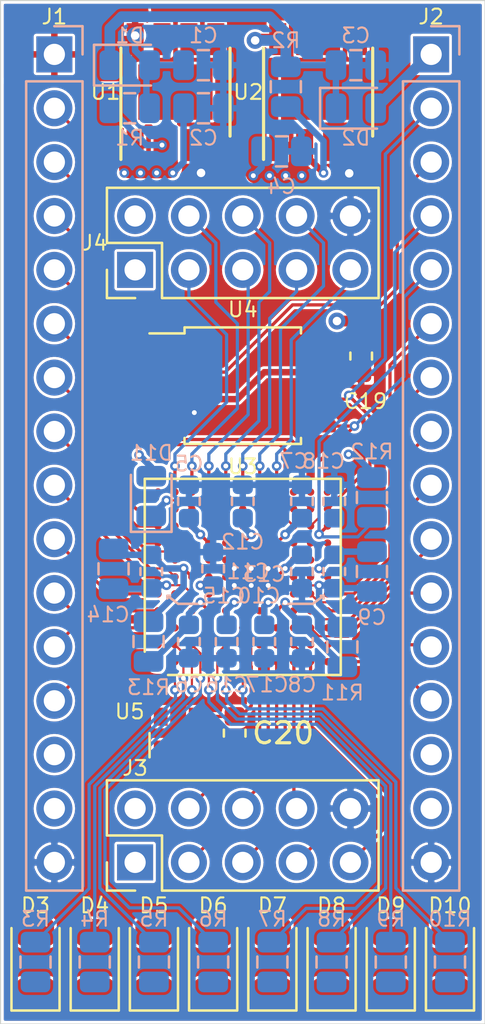
<source format=kicad_pcb>
(kicad_pcb (version 20171130) (host pcbnew "(5.1.4)-1")
  (layers (0 F.Cu signal) (1 In1.Cu power hide) (2 In2.Cu power hide) (31 B.Cu signal) (34 B.Paste user hide) (35 F.Paste user) (36 B.SilkS user hide) (37 F.SilkS user) (38 B.Mask user hide) (39 F.Mask user) (44 Edge.Cuts user))
  (net 0 "")
  (net 1 GND)
  (net 2 +3V3)
  (net 3 +5V)
  (net 4 "Net-(U1-Pad3)")
  (net 5 "Net-(U2-Pad3)")
  (net 6 "Net-(C3-Pad1)")
  (net 7 +1V2)
  (net 8 /ICE40HX8K/VCCPLL0)
  (net 9 /ICE40HX8K/GNDPLL0)
  (net 10 VCCIO_A)
  (net 11 VCCIO_B)
  (net 12 VCCIO_C)
  (net 13 /ICE40HX8K/VCCPLL1)
  (net 14 /ICE40HX8K/GNDPLL1)
  (net 15 VCCIO_D)
  (net 16 "Net-(D3-Pad1)")
  (net 17 "Net-(D4-Pad1)")
  (net 18 "Net-(D5-Pad1)")
  (net 19 "Net-(D6-Pad1)")
  (net 20 "Net-(D7-Pad1)")
  (net 21 "Net-(D8-Pad1)")
  (net 22 "Net-(D9-Pad1)")
  (net 23 "Net-(D10-Pad1)")
  (net 24 "Net-(D11-Pad1)")
  (net 25 IO_A09)
  (net 26 IO_A08)
  (net 27 IO_A07)
  (net 28 IO_A06)
  (net 29 IO_A05)
  (net 30 IO_A04)
  (net 31 IO_A03)
  (net 32 IO_A02)
  (net 33 IO_A01)
  (net 34 IO_A00)
  (net 35 IO_B06)
  (net 36 IO_B05)
  (net 37 IO_B04)
  (net 38 IO_B03)
  (net 39 IO_B02)
  (net 40 IO_B01)
  (net 41 IO_B00)
  (net 42 IO_C07)
  (net 43 PROG_SCK)
  (net 44 IO_C06)
  (net 45 IO_C05)
  (net 46 PROG_CRESET_B)
  (net 47 IO_C04)
  (net 48 PROG_SDI)
  (net 49 IO_C03)
  (net 50 PROG_SDO)
  (net 51 IO_C02)
  (net 52 IO_C01)
  (net 53 IO_C00)
  (net 54 "Net-(R1-Pad2)")
  (net 55 "Net-(R2-Pad2)")
  (net 56 /ICE40HX8K/FPGA_CLK)
  (net 57 "Net-(U3-PadJ10)")
  (net 58 "Net-(U3-PadH10)")
  (net 59 "Net-(U3-PadG10)")
  (net 60 "Net-(U3-PadF10)")
  (net 61 "Net-(U3-PadB10)")
  (net 62 "Net-(U3-PadG9)")
  (net 63 "Net-(U3-PadF9)")
  (net 64 "Net-(U3-PadE9)")
  (net 65 "Net-(U3-PadC9)")
  (net 66 "Net-(U3-PadB9)")
  (net 67 "Net-(U3-PadJ8)")
  (net 68 "Net-(U3-PadG8)")
  (net 69 "Net-(U3-PadE8)")
  (net 70 "Net-(U3-PadC8)")
  (net 71 "Net-(U3-PadB8)")
  (net 72 "Net-(U3-PadL7)")
  (net 73 "Net-(U3-PadK7)")
  (net 74 "Net-(U3-PadJ7)")
  (net 75 "Net-(U3-PadH7)")
  (net 76 "Net-(U3-PadD7)")
  (net 77 "Net-(U3-PadC7)")
  (net 78 "Net-(U3-PadJ5)")
  (net 79 "Net-(U3-PadB5)")
  (net 80 "Net-(U3-PadF4)")
  (net 81 "Net-(U3-PadE3)")
  (net 82 "Net-(U3-PadD3)")
  (net 83 "Net-(U3-PadK2)")
  (net 84 "Net-(U3-PadF2)")
  (net 85 "Net-(U3-PadD2)")
  (net 86 IO_D03)
  (net 87 IO_A11)
  (net 88 IO_A10)
  (net 89 IO_L7)
  (net 90 IO_L6)
  (net 91 IO_L5)
  (net 92 IO_L4)
  (net 93 IO_L3)
  (net 94 IO_L2)
  (net 95 IO_L1)
  (net 96 IO_L0)
  (net 97 "Net-(U3-PadK8)")
  (net 98 "Net-(U3-PadD9)")
  (net 99 "Net-(U3-PadD10)")
  (net 100 "Net-(U3-PadE10)")
  (net 101 "Net-(U3-PadJ11)")
  (net 102 "Net-(U3-PadK11)")
  (net 103 "Net-(U3-PadA1)")
  (net 104 "Net-(U3-PadB3)")
  (net 105 "Net-(U3-PadB4)")
  (net 106 "Net-(U3-PadD5)")
  (net 107 "Net-(U3-PadC3)")
  (net 108 "Net-(U3-PadC4)")
  (net 109 "Net-(U3-PadJ3)")
  (net 110 "Net-(U3-PadJ4)")
  (net 111 "Net-(U3-PadK6)")
  (net 112 CBSEL0)
  (net 113 CBSEL1)
  (net 114 PROG_SS_B)
  (net 115 "Net-(U5-Pad1)")
  (net 116 IO_D05)
  (net 117 IO_D06)
  (net 118 IO_D04)
  (net 119 IO_D01)
  (net 120 IO_D02)
  (net 121 IO_D00)
  (net 122 "Net-(U3-PadG3)")
  (net 123 "Net-(U3-PadH3)")
  (module Capacitor_SMD:C_0603_1608Metric (layer B.Cu) (at 34.544 45.466 90)
    (fp_text reference C8 (at -2.032 0 180) (layer B.SilkS) (effects (font (size 0.7 0.7) (thickness 0.1)) (justify mirror)))
    (fp_text value 0.1u)
    (pad 2 smd roundrect (at 0.7875 0 90) (size 0.875 0.95) (layers B.Cu B.Paste B.Mask) (net 7 +1V2))
    (pad 1 smd roundrect (at -0.7875 0 90) (size 0.875 0.95) (layers B.Cu B.Paste B.Mask) (net 1 GND))
  )
  (module Capacitor_SMD:C_0603_1608Metric (layer F.Cu) (at 31.369 49.784 90)
    (fp_text reference C20 (at 0 2.286 180) (layer F.SilkS))
    (fp_text value 22p)
    (pad 2 smd roundrect (at 0.7875 0 90) (size 0.875 0.95) (layers F.Cu F.Paste F.Mask) (net 56 /ICE40HX8K/FPGA_CLK))
    (pad 1 smd roundrect (at -0.7875 0 90) (size 0.875 0.95) (layers F.Cu F.Paste F.Mask) (net 1 GND))
  )
  (module Package_SO:SOIC-8_5.275x5.275mm_P1.27mm (layer F.Cu) (at 31.75 33.401)
    (fp_text reference U4 (at 0 -3.59) (layer F.SilkS) (effects (font (size 0.7 0.7) (thickness 0.1))))
    (fp_text value LE25U20AMB)
    (pad 8 smd roundrect (at 3.6 -1.905) (size 1.6 0.6) (layers F.Cu F.Paste F.Mask) (net 12 VCCIO_C))
    (pad 7 smd roundrect (at 3.6 -0.635) (size 1.6 0.6) (layers F.Cu F.Paste F.Mask) (net 12 VCCIO_C))
    (pad 6 smd roundrect (at 3.6 0.635) (size 1.6 0.6) (layers F.Cu F.Paste F.Mask) (net 43 PROG_SCK))
    (pad 5 smd roundrect (at 3.6 1.905) (size 1.6 0.6) (layers F.Cu F.Paste F.Mask) (net 50 PROG_SDO))
    (pad 4 smd roundrect (at -3.6 1.905) (size 1.6 0.6) (layers F.Cu F.Paste F.Mask) (net 1 GND))
    (pad 3 smd roundrect (at -3.6 0.635) (size 1.6 0.6) (layers F.Cu F.Paste F.Mask) (net 12 VCCIO_C))
    (pad 2 smd roundrect (at -3.6 -0.635) (size 1.6 0.6) (layers F.Cu F.Paste F.Mask) (net 48 PROG_SDI))
    (pad 1 smd roundrect (at -3.6 -1.905) (size 1.6 0.6) (layers F.Cu F.Paste F.Mask) (net 114 PROG_SS_B))
  )
  (module Resistor_SMD:R_0805_2012Metric (layer B.Cu) (at 37.846 38.6715 270)
    (fp_text reference R12 (at -2.159 0 180) (layer B.SilkS) (effects (font (size 0.7 0.7) (thickness 0.1)) (justify mirror)))
    (fp_text value 10k)
    (pad 2 smd roundrect (at 0.9375 0 270) (size 0.975 1.4) (layers B.Cu B.Paste B.Mask) (net 46 PROG_CRESET_B))
    (pad 1 smd roundrect (at -0.9375 0 270) (size 0.975 1.4) (layers B.Cu B.Paste B.Mask) (net 12 VCCIO_C))
  )
  (module Resistor_SMD:R_0805_2012Metric (layer B.Cu) (at 33.782 19.304 270)
    (fp_text reference R2 (at -2.1844 0 180) (layer B.SilkS) (effects (font (size 0.7 0.7) (thickness 0.1)) (justify mirror)))
    (fp_text value 10k)
    (pad 2 smd roundrect (at 0.9375 0 270) (size 0.975 1.4) (layers B.Cu B.Paste B.Mask) (net 55 "Net-(R2-Pad2)"))
    (pad 1 smd roundrect (at -0.9375 0 270) (size 0.975 1.4) (layers B.Cu B.Paste B.Mask) (net 6 "Net-(C3-Pad1)"))
  )
  (module Resistor_SMD:R_0805_2012Metric (layer B.Cu) (at 26.416 20.32 180)
    (fp_text reference R1 (at 0 -1.397 180) (layer B.SilkS) (effects (font (size 0.7 0.7) (thickness 0.1)) (justify mirror)))
    (fp_text value 10k)
    (pad 2 smd roundrect (at 0.9375 0 180) (size 0.975 1.4) (layers B.Cu B.Paste B.Mask) (net 54 "Net-(R1-Pad2)"))
    (pad 1 smd roundrect (at -0.9375 0 180) (size 0.975 1.4) (layers B.Cu B.Paste B.Mask) (net 3 +5V))
  )
  (module Diode_SMD:D_0805_2012Metric (layer B.Cu) (at 27.432 38.608 90)
    (fp_text reference D11 (at 2.032 0) (layer B.SilkS) (effects (font (size 0.7 0.7) (thickness 0.1)) (justify mirror)))
    (fp_text value D_Schottky)
    (pad 2 smd roundrect (at 0.9375 0 90) (size 0.975 1.4) (layers B.Cu B.Paste B.Mask) (net 2 +3V3))
    (pad 1 smd roundrect (at -0.9375 0 90) (size 0.975 1.4) (layers B.Cu B.Paste B.Mask) (net 24 "Net-(D11-Pad1)"))
  )
  (module Connector_PinHeader_2.54mm:PinHeader_1x16_P2.54mm_Vertical (layer B.Cu) (at 22.86 17.78 180)
    (fp_text reference J1 (at 0 1.778) (layer F.SilkS) (effects (font (size 0.7 0.7) (thickness 0.1))))
    (fp_text value "BANK 0")
    (pad 16 thru_hole oval (at 0 -38.1 180) (size 1.7 1.7) (drill 1) (layers *.Cu *.Mask) (net 1 GND))
    (pad 15 thru_hole oval (at 0 -35.56 180) (size 1.7 1.7) (drill 1) (layers *.Cu *.Mask) (net 2 +3V3))
    (pad 14 thru_hole oval (at 0 -33.02 180) (size 1.7 1.7) (drill 1) (layers *.Cu *.Mask) (net 10 VCCIO_A))
    (pad 13 thru_hole oval (at 0 -30.48 180) (size 1.7 1.7) (drill 1) (layers *.Cu *.Mask) (net 87 IO_A11))
    (pad 12 thru_hole oval (at 0 -27.94 180) (size 1.7 1.7) (drill 1) (layers *.Cu *.Mask) (net 88 IO_A10))
    (pad 11 thru_hole oval (at 0 -25.4 180) (size 1.7 1.7) (drill 1) (layers *.Cu *.Mask) (net 25 IO_A09))
    (pad 10 thru_hole oval (at 0 -22.86 180) (size 1.7 1.7) (drill 1) (layers *.Cu *.Mask) (net 26 IO_A08))
    (pad 9 thru_hole oval (at 0 -20.32 180) (size 1.7 1.7) (drill 1) (layers *.Cu *.Mask) (net 27 IO_A07))
    (pad 8 thru_hole oval (at 0 -17.78 180) (size 1.7 1.7) (drill 1) (layers *.Cu *.Mask) (net 28 IO_A06))
    (pad 7 thru_hole oval (at 0 -15.24 180) (size 1.7 1.7) (drill 1) (layers *.Cu *.Mask) (net 29 IO_A05))
    (pad 6 thru_hole oval (at 0 -12.7 180) (size 1.7 1.7) (drill 1) (layers *.Cu *.Mask) (net 30 IO_A04))
    (pad 5 thru_hole oval (at 0 -10.16 180) (size 1.7 1.7) (drill 1) (layers *.Cu *.Mask) (net 31 IO_A03))
    (pad 4 thru_hole oval (at 0 -7.62 180) (size 1.7 1.7) (drill 1) (layers *.Cu *.Mask) (net 32 IO_A02))
    (pad 3 thru_hole oval (at 0 -5.08 180) (size 1.7 1.7) (drill 1) (layers *.Cu *.Mask) (net 33 IO_A01))
    (pad 2 thru_hole oval (at 0 -2.54 180) (size 1.7 1.7) (drill 1) (layers *.Cu *.Mask) (net 34 IO_A00))
    (pad 1 thru_hole rect (at 0 0 180) (size 1.7 1.7) (drill 1) (layers *.Cu *.Mask) (net 3 +5V))
  )
  (module Capacitor_SMD:C_0805_2012Metric (layer B.Cu) (at 25.654 42.037 90)
    (fp_text reference C14 (at -2.159 -0.254 180) (layer B.SilkS) (effects (font (size 0.7 0.7) (thickness 0.1)) (justify mirror)))
    (fp_text value 10u)
    (pad 2 smd roundrect (at 0.9375 0 90) (size 0.975 1.4) (layers B.Cu B.Paste B.Mask) (net 13 /ICE40HX8K/VCCPLL1))
    (pad 1 smd roundrect (at -0.9375 0 90) (size 0.975 1.4) (layers B.Cu B.Paste B.Mask) (net 14 /ICE40HX8K/GNDPLL1))
  )
  (module Capacitor_SMD:C_0603_1608Metric (layer F.Cu) (at 37.338 32.004 90)
    (fp_text reference C19 (at -2.1336 0.2032) (layer F.SilkS) (effects (font (size 0.7 0.7) (thickness 0.1))))
    (fp_text value 0.1u)
    (pad 2 smd roundrect (at 0.7875 0 90) (size 0.875 0.95) (layers F.Cu F.Paste F.Mask) (net 12 VCCIO_C))
    (pad 1 smd roundrect (at -0.7875 0 90) (size 0.875 0.95) (layers F.Cu F.Paste F.Mask) (net 1 GND))
  )
  (module Resistor_SMD:R_0805_2012Metric (layer B.Cu) (at 27.305 45.466 90)
    (fp_text reference R13 (at -2.159 0 180) (layer B.SilkS) (effects (font (size 0.7 0.7) (thickness 0.1)) (justify mirror)))
    (fp_text value 100R)
    (pad 2 smd roundrect (at 0.9375 0 90) (size 0.975 1.4) (layers B.Cu B.Paste B.Mask) (net 13 /ICE40HX8K/VCCPLL1))
    (pad 1 smd roundrect (at -0.9375 0 90) (size 0.975 1.4) (layers B.Cu B.Paste B.Mask) (net 7 +1V2))
  )
  (module Resistor_SMD:R_0805_2012Metric (layer B.Cu) (at 36.449 45.72 90)
    (fp_text reference R11 (at -2.159 0 180) (layer B.SilkS) (effects (font (size 0.7 0.7) (thickness 0.1)) (justify mirror)))
    (fp_text value 100R)
    (pad 2 smd roundrect (at 0.9375 0 90) (size 0.975 1.4) (layers B.Cu B.Paste B.Mask) (net 8 /ICE40HX8K/VCCPLL0))
    (pad 1 smd roundrect (at -0.9375 0 90) (size 0.975 1.4) (layers B.Cu B.Paste B.Mask) (net 7 +1V2))
  )
  (module Resistor_SMD:R_0805_2012Metric (layer B.Cu) (at 41.529 60.579 270)
    (fp_text reference R10 (at -2.032 0 180) (layer B.SilkS) (effects (font (size 0.7 0.7) (thickness 0.1)) (justify mirror)))
    (fp_text value 220R)
    (pad 2 smd roundrect (at 0.9375 0 270) (size 0.975 1.4) (layers B.Cu B.Paste B.Mask) (net 23 "Net-(D10-Pad1)"))
    (pad 1 smd roundrect (at -0.9375 0 270) (size 0.975 1.4) (layers B.Cu B.Paste B.Mask) (net 96 IO_L0))
  )
  (module Resistor_SMD:R_0805_2012Metric (layer B.Cu) (at 38.735 60.579 270)
    (fp_text reference R9 (at -2.032 0 180) (layer B.SilkS) (effects (font (size 0.7 0.7) (thickness 0.1)) (justify mirror)))
    (fp_text value 220R)
    (pad 2 smd roundrect (at 0.9375 0 270) (size 0.975 1.4) (layers B.Cu B.Paste B.Mask) (net 22 "Net-(D9-Pad1)"))
    (pad 1 smd roundrect (at -0.9375 0 270) (size 0.975 1.4) (layers B.Cu B.Paste B.Mask) (net 95 IO_L1))
  )
  (module Resistor_SMD:R_0805_2012Metric (layer B.Cu) (at 35.941 60.579 270)
    (fp_text reference R8 (at -2.032 0 180) (layer B.SilkS) (effects (font (size 0.7 0.7) (thickness 0.1)) (justify mirror)))
    (fp_text value 220R)
    (pad 2 smd roundrect (at 0.9375 0 270) (size 0.975 1.4) (layers B.Cu B.Paste B.Mask) (net 21 "Net-(D8-Pad1)"))
    (pad 1 smd roundrect (at -0.9375 0 270) (size 0.975 1.4) (layers B.Cu B.Paste B.Mask) (net 94 IO_L2))
  )
  (module Resistor_SMD:R_0805_2012Metric (layer B.Cu) (at 33.147 60.579 270)
    (fp_text reference R7 (at -2.032 0 180) (layer B.SilkS) (effects (font (size 0.7 0.7) (thickness 0.1)) (justify mirror)))
    (fp_text value 220R)
    (pad 2 smd roundrect (at 0.9375 0 270) (size 0.975 1.4) (layers B.Cu B.Paste B.Mask) (net 20 "Net-(D7-Pad1)"))
    (pad 1 smd roundrect (at -0.9375 0 270) (size 0.975 1.4) (layers B.Cu B.Paste B.Mask) (net 93 IO_L3))
  )
  (module Resistor_SMD:R_0805_2012Metric (layer B.Cu) (at 30.353 60.579 270)
    (fp_text reference R6 (at -2.032 0 180) (layer B.SilkS) (effects (font (size 0.7 0.7) (thickness 0.1)) (justify mirror)))
    (fp_text value 220R)
    (pad 2 smd roundrect (at 0.9375 0 270) (size 0.975 1.4) (layers B.Cu B.Paste B.Mask) (net 19 "Net-(D6-Pad1)"))
    (pad 1 smd roundrect (at -0.9375 0 270) (size 0.975 1.4) (layers B.Cu B.Paste B.Mask) (net 92 IO_L4))
  )
  (module Resistor_SMD:R_0805_2012Metric (layer B.Cu) (at 27.559 60.579 270)
    (fp_text reference R5 (at -2.032 0 180) (layer B.SilkS) (effects (font (size 0.7 0.7) (thickness 0.1)) (justify mirror)))
    (fp_text value 220R)
    (pad 2 smd roundrect (at 0.9375 0 270) (size 0.975 1.4) (layers B.Cu B.Paste B.Mask) (net 18 "Net-(D5-Pad1)"))
    (pad 1 smd roundrect (at -0.9375 0 270) (size 0.975 1.4) (layers B.Cu B.Paste B.Mask) (net 91 IO_L5))
  )
  (module Resistor_SMD:R_0805_2012Metric (layer B.Cu) (at 24.765 60.579 270)
    (fp_text reference R4 (at -2.032 0 180) (layer B.SilkS) (effects (font (size 0.7 0.7) (thickness 0.1)) (justify mirror)))
    (fp_text value 220R)
    (pad 2 smd roundrect (at 0.9375 0 270) (size 0.975 1.4) (layers B.Cu B.Paste B.Mask) (net 17 "Net-(D4-Pad1)"))
    (pad 1 smd roundrect (at -0.9375 0 270) (size 0.975 1.4) (layers B.Cu B.Paste B.Mask) (net 90 IO_L6))
  )
  (module Resistor_SMD:R_0805_2012Metric (layer B.Cu) (at 21.971 60.579 270)
    (fp_text reference R3 (at -2.032 0 180) (layer B.SilkS) (effects (font (size 0.7 0.7) (thickness 0.1)) (justify mirror)))
    (fp_text value 220R)
    (pad 2 smd roundrect (at 0.9375 0 270) (size 0.975 1.4) (layers B.Cu B.Paste B.Mask) (net 16 "Net-(D3-Pad1)"))
    (pad 1 smd roundrect (at -0.9375 0 270) (size 0.975 1.4) (layers B.Cu B.Paste B.Mask) (net 89 IO_L7))
  )
  (module Connector_PinHeader_2.54mm:PinHeader_2x05_P2.54mm_Vertical (layer F.Cu) (at 26.67 55.88 90)
    (fp_text reference J3 (at 4.445 0 180) (layer F.SilkS) (effects (font (size 0.7 0.7) (thickness 0.1))))
    (fp_text value "BANK 2")
    (pad 1 thru_hole rect (at 0 0 90) (size 1.7 1.7) (drill 1) (layers *.Cu *.Mask) (net 2 +3V3))
    (pad 2 thru_hole oval (at 2.54 0 90) (size 1.7 1.7) (drill 1) (layers *.Cu *.Mask) (net 15 VCCIO_D))
    (pad 3 thru_hole oval (at 0 2.54 90) (size 1.7 1.7) (drill 1) (layers *.Cu *.Mask) (net 116 IO_D05))
    (pad 4 thru_hole oval (at 2.54 2.54 90) (size 1.7 1.7) (drill 1) (layers *.Cu *.Mask) (net 117 IO_D06))
    (pad 5 thru_hole oval (at 0 5.08 90) (size 1.7 1.7) (drill 1) (layers *.Cu *.Mask) (net 86 IO_D03))
    (pad 6 thru_hole oval (at 2.54 5.08 90) (size 1.7 1.7) (drill 1) (layers *.Cu *.Mask) (net 118 IO_D04))
    (pad 7 thru_hole oval (at 0 7.62 90) (size 1.7 1.7) (drill 1) (layers *.Cu *.Mask) (net 119 IO_D01))
    (pad 8 thru_hole oval (at 2.54 7.62 90) (size 1.7 1.7) (drill 1) (layers *.Cu *.Mask) (net 120 IO_D02))
    (pad 9 thru_hole oval (at 0 10.16 90) (size 1.7 1.7) (drill 1) (layers *.Cu *.Mask) (net 121 IO_D00))
    (pad 10 thru_hole oval (at 2.54 10.16 90) (size 1.7 1.7) (drill 1) (layers *.Cu *.Mask) (net 1 GND))
  )
  (module Connector_PinHeader_2.54mm:PinHeader_1x16_P2.54mm_Vertical (layer B.Cu) (at 40.64 17.78 180)
    (fp_text reference J2 (at 0 1.778 180) (layer F.SilkS) (effects (font (size 0.7 0.7) (thickness 0.1))))
    (fp_text value "BANK 1")
    (pad 16 thru_hole oval (at 0 -38.1 180) (size 1.7 1.7) (drill 1) (layers *.Cu *.Mask) (net 1 GND))
    (pad 15 thru_hole oval (at 0 -35.56 180) (size 1.7 1.7) (drill 1) (layers *.Cu *.Mask) (net 2 +3V3))
    (pad 14 thru_hole oval (at 0 -33.02 180) (size 1.7 1.7) (drill 1) (layers *.Cu *.Mask) (net 12 VCCIO_C))
    (pad 13 thru_hole oval (at 0 -30.48 180) (size 1.7 1.7) (drill 1) (layers *.Cu *.Mask) (net 53 IO_C00))
    (pad 12 thru_hole oval (at 0 -27.94 180) (size 1.7 1.7) (drill 1) (layers *.Cu *.Mask) (net 52 IO_C01))
    (pad 11 thru_hole oval (at 0 -25.4 180) (size 1.7 1.7) (drill 1) (layers *.Cu *.Mask) (net 51 IO_C02))
    (pad 10 thru_hole oval (at 0 -22.86 180) (size 1.7 1.7) (drill 1) (layers *.Cu *.Mask) (net 49 IO_C03))
    (pad 9 thru_hole oval (at 0 -20.32 180) (size 1.7 1.7) (drill 1) (layers *.Cu *.Mask) (net 47 IO_C04))
    (pad 8 thru_hole oval (at 0 -17.78 180) (size 1.7 1.7) (drill 1) (layers *.Cu *.Mask) (net 45 IO_C05))
    (pad 7 thru_hole oval (at 0 -15.24 180) (size 1.7 1.7) (drill 1) (layers *.Cu *.Mask) (net 44 IO_C06))
    (pad 6 thru_hole oval (at 0 -12.7 180) (size 1.7 1.7) (drill 1) (layers *.Cu *.Mask) (net 42 IO_C07))
    (pad 5 thru_hole oval (at 0 -10.16 180) (size 1.7 1.7) (drill 1) (layers *.Cu *.Mask) (net 50 PROG_SDO))
    (pad 4 thru_hole oval (at 0 -7.62 180) (size 1.7 1.7) (drill 1) (layers *.Cu *.Mask) (net 46 PROG_CRESET_B))
    (pad 3 thru_hole oval (at 0 -5.08 180) (size 1.7 1.7) (drill 1) (layers *.Cu *.Mask) (net 48 PROG_SDI))
    (pad 2 thru_hole oval (at 0 -2.54 180) (size 1.7 1.7) (drill 1) (layers *.Cu *.Mask) (net 43 PROG_SCK))
    (pad 1 thru_hole rect (at 0 0 180) (size 1.7 1.7) (drill 1) (layers *.Cu *.Mask) (net 2 +3V3))
  )
  (module Capacitor_SMD:C_0603_1608Metric (layer B.Cu) (at 32.766 45.466 90)
    (fp_text reference C17 (at -2.032 0.127 180) (layer B.SilkS) (effects (font (size 0.7 0.7) (thickness 0.1)) (justify mirror)))
    (fp_text value 0.1u)
    (pad 2 smd roundrect (at 0.7875 0 90) (size 0.875 0.95) (layers B.Cu B.Paste B.Mask) (net 15 VCCIO_D))
    (pad 1 smd roundrect (at -0.7875 0 90) (size 0.875 0.95) (layers B.Cu B.Paste B.Mask) (net 1 GND))
  )
  (module Connector_PinHeader_2.54mm:PinHeader_2x05_P2.54mm_Vertical (layer F.Cu) (at 26.67 27.94 90)
    (fp_text reference J4 (at 1.27 -1.905) (layer F.SilkS) (effects (font (size 0.7 0.7) (thickness 0.1))))
    (fp_text value "BANK 3")
    (pad 10 thru_hole oval (at 2.54 10.16 90) (size 1.7 1.7) (drill 1) (layers *.Cu *.Mask) (net 1 GND))
    (pad 9 thru_hole oval (at 0 10.16 90) (size 1.7 1.7) (drill 1) (layers *.Cu *.Mask) (net 38 IO_B03))
    (pad 8 thru_hole oval (at 2.54 7.62 90) (size 1.7 1.7) (drill 1) (layers *.Cu *.Mask) (net 37 IO_B04))
    (pad 7 thru_hole oval (at 0 7.62 90) (size 1.7 1.7) (drill 1) (layers *.Cu *.Mask) (net 39 IO_B02))
    (pad 6 thru_hole oval (at 2.54 5.08 90) (size 1.7 1.7) (drill 1) (layers *.Cu *.Mask) (net 36 IO_B05))
    (pad 5 thru_hole oval (at 0 5.08 90) (size 1.7 1.7) (drill 1) (layers *.Cu *.Mask) (net 40 IO_B01))
    (pad 4 thru_hole oval (at 2.54 2.54 90) (size 1.7 1.7) (drill 1) (layers *.Cu *.Mask) (net 35 IO_B06))
    (pad 3 thru_hole oval (at 0 2.54 90) (size 1.7 1.7) (drill 1) (layers *.Cu *.Mask) (net 41 IO_B00))
    (pad 2 thru_hole oval (at 2.54 0 90) (size 1.7 1.7) (drill 1) (layers *.Cu *.Mask) (net 2 +3V3))
    (pad 1 thru_hole rect (at 0 0 90) (size 1.7 1.7) (drill 1) (layers *.Cu *.Mask) (net 11 VCCIO_B))
  )
  (module Oscillator:Oscillator_SMD_Abracon_ASDMB-4Pin_2.5x2.0mm (layer F.Cu) (at 28.702 49.784)
    (fp_text reference U5 (at -2.286 -1.016 180) (layer F.SilkS) (effects (font (size 0.7 0.7) (thickness 0.1))))
    (fp_text value ASDMB-xxxMHz)
    (pad 4 smd rect (at -0.825 -0.775) (size 0.65 0.85) (layers F.Cu F.Paste F.Mask) (net 2 +3V3))
    (pad 3 smd rect (at 0.825 -0.775) (size 0.65 0.85) (layers F.Cu F.Paste F.Mask) (net 56 /ICE40HX8K/FPGA_CLK))
    (pad 2 smd rect (at 0.825 0.775) (size 0.65 0.85) (layers F.Cu F.Paste F.Mask) (net 1 GND))
    (pad 1 smd rect (at -0.825 0.775) (size 0.65 0.85) (layers F.Cu F.Paste F.Mask) (net 115 "Net-(U5-Pad1)"))
  )
  (module Package_BGA:BGA-121_9.0x9.0mm_Layout11x11_P0.8mm_Ball0.4mm_Pad0.35mm_NSMD (layer F.Cu) (at 31.75 42.418 90)
    (fp_text reference U3 (at 5.207 0 180) (layer F.SilkS) (effects (font (size 0.7 0.7) (thickness 0.1))))
    (fp_text value "iCE40HX8K-BG121(121-Ball_caBGA)")
    (pad A1 smd circle (at -4 -4 90) (size 0.35 0.35) (layers F.Cu F.Paste F.Mask) (net 103 "Net-(U3-PadA1)"))
    (pad B1 smd circle (at -4 -3.2 90) (size 0.35 0.35) (layers F.Cu F.Paste F.Mask) (net 89 IO_L7))
    (pad C1 smd circle (at -4 -2.4 90) (size 0.35 0.35) (layers F.Cu F.Paste F.Mask) (net 91 IO_L5))
    (pad D1 smd circle (at -4 -1.6 90) (size 0.35 0.35) (layers F.Cu F.Paste F.Mask) (net 93 IO_L3))
    (pad E1 smd circle (at -4 -0.8 90) (size 0.35 0.35) (layers F.Cu F.Paste F.Mask) (net 95 IO_L1))
    (pad F1 smd circle (at -4 0 90) (size 0.35 0.35) (layers F.Cu F.Paste F.Mask) (net 96 IO_L0))
    (pad G1 smd circle (at -4 0.8 90) (size 0.35 0.35) (layers F.Cu F.Paste F.Mask) (net 117 IO_D06))
    (pad H1 smd circle (at -4 1.6 90) (size 0.35 0.35) (layers F.Cu F.Paste F.Mask) (net 118 IO_D04))
    (pad J1 smd circle (at -4 2.4 90) (size 0.35 0.35) (layers F.Cu F.Paste F.Mask) (net 120 IO_D02))
    (pad K1 smd circle (at -4 3.2 90) (size 0.35 0.35) (layers F.Cu F.Paste F.Mask) (net 121 IO_D00))
    (pad L1 smd circle (at -4 4 90) (size 0.35 0.35) (layers F.Cu F.Paste F.Mask) (net 53 IO_C00))
    (pad A2 smd circle (at -3.2 -4 90) (size 0.35 0.35) (layers F.Cu F.Paste F.Mask) (net 87 IO_A11))
    (pad B2 smd circle (at -3.2 -3.2 90) (size 0.35 0.35) (layers F.Cu F.Paste F.Mask) (net 90 IO_L6))
    (pad C2 smd circle (at -3.2 -2.4 90) (size 0.35 0.35) (layers F.Cu F.Paste F.Mask) (net 92 IO_L4))
    (pad D2 smd circle (at -3.2 -1.6 90) (size 0.35 0.35) (layers F.Cu F.Paste F.Mask) (net 85 "Net-(U3-PadD2)"))
    (pad E2 smd circle (at -3.2 -0.8 90) (size 0.35 0.35) (layers F.Cu F.Paste F.Mask) (net 94 IO_L2))
    (pad F2 smd circle (at -3.2 0 90) (size 0.35 0.35) (layers F.Cu F.Paste F.Mask) (net 84 "Net-(U3-PadF2)"))
    (pad G2 smd circle (at -3.2 0.8 90) (size 0.35 0.35) (layers F.Cu F.Paste F.Mask) (net 116 IO_D05))
    (pad H2 smd circle (at -3.2 1.6 90) (size 0.35 0.35) (layers F.Cu F.Paste F.Mask) (net 86 IO_D03))
    (pad J2 smd circle (at -3.2 2.4 90) (size 0.35 0.35) (layers F.Cu F.Paste F.Mask) (net 119 IO_D01))
    (pad K2 smd circle (at -3.2 3.2 90) (size 0.35 0.35) (layers F.Cu F.Paste F.Mask) (net 83 "Net-(U3-PadK2)"))
    (pad L2 smd circle (at -3.2 4 90) (size 0.35 0.35) (layers F.Cu F.Paste F.Mask) (net 52 IO_C01))
    (pad A3 smd circle (at -2.4 -4 90) (size 0.35 0.35) (layers F.Cu F.Paste F.Mask) (net 88 IO_A10))
    (pad B3 smd circle (at -2.4 -3.2 90) (size 0.35 0.35) (layers F.Cu F.Paste F.Mask) (net 104 "Net-(U3-PadB3)"))
    (pad C3 smd circle (at -2.4 -2.4 90) (size 0.35 0.35) (layers F.Cu F.Paste F.Mask) (net 107 "Net-(U3-PadC3)"))
    (pad D3 smd circle (at -2.4 -1.6 90) (size 0.35 0.35) (layers F.Cu F.Paste F.Mask) (net 82 "Net-(U3-PadD3)"))
    (pad E3 smd circle (at -2.4 -0.8 90) (size 0.35 0.35) (layers F.Cu F.Paste F.Mask) (net 81 "Net-(U3-PadE3)"))
    (pad F3 smd circle (at -2.4 0 90) (size 0.35 0.35) (layers F.Cu F.Paste F.Mask) (net 56 /ICE40HX8K/FPGA_CLK))
    (pad G3 smd circle (at -2.4 0.8 90) (size 0.35 0.35) (layers F.Cu F.Paste F.Mask) (net 122 "Net-(U3-PadG3)"))
    (pad H3 smd circle (at -2.4 1.6 90) (size 0.35 0.35) (layers F.Cu F.Paste F.Mask) (net 123 "Net-(U3-PadH3)"))
    (pad J3 smd circle (at -2.4 2.4 90) (size 0.35 0.35) (layers F.Cu F.Paste F.Mask) (net 109 "Net-(U3-PadJ3)"))
    (pad K3 smd circle (at -2.4 3.2 90) (size 0.35 0.35) (layers F.Cu F.Paste F.Mask) (net 51 IO_C02))
    (pad L3 smd circle (at -2.4 4 90) (size 0.35 0.35) (layers F.Cu F.Paste F.Mask) (net 49 IO_C03))
    (pad A4 smd circle (at -1.6 -4 90) (size 0.35 0.35) (layers F.Cu F.Paste F.Mask) (net 25 IO_A09))
    (pad B4 smd circle (at -1.6 -3.2 90) (size 0.35 0.35) (layers F.Cu F.Paste F.Mask) (net 105 "Net-(U3-PadB4)"))
    (pad C4 smd circle (at -1.6 -2.4 90) (size 0.35 0.35) (layers F.Cu F.Paste F.Mask) (net 108 "Net-(U3-PadC4)"))
    (pad D4 smd circle (at -1.6 -1.6 90) (size 0.35 0.35) (layers F.Cu F.Paste F.Mask) (net 7 +1V2))
    (pad E4 smd circle (at -1.6 -0.8 90) (size 0.35 0.35) (layers F.Cu F.Paste F.Mask) (net 15 VCCIO_D))
    (pad F4 smd circle (at -1.6 0 90) (size 0.35 0.35) (layers F.Cu F.Paste F.Mask) (net 80 "Net-(U3-PadF4)"))
    (pad G4 smd circle (at -1.6 0.8 90) (size 0.35 0.35) (layers F.Cu F.Paste F.Mask) (net 15 VCCIO_D))
    (pad H4 smd circle (at -1.6 1.6 90) (size 0.35 0.35) (layers F.Cu F.Paste F.Mask) (net 7 +1V2))
    (pad J4 smd circle (at -1.6 2.4 90) (size 0.35 0.35) (layers F.Cu F.Paste F.Mask) (net 110 "Net-(U3-PadJ4)"))
    (pad K4 smd circle (at -1.6 3.2 90) (size 0.35 0.35) (layers F.Cu F.Paste F.Mask) (net 47 IO_C04))
    (pad L4 smd circle (at -1.6 4 90) (size 0.35 0.35) (layers F.Cu F.Paste F.Mask) (net 45 IO_C05))
    (pad A5 smd circle (at -0.8 -4 90) (size 0.35 0.35) (layers F.Cu F.Paste F.Mask) (net 26 IO_A08))
    (pad B5 smd circle (at -0.8 -3.2 90) (size 0.35 0.35) (layers F.Cu F.Paste F.Mask) (net 79 "Net-(U3-PadB5)"))
    (pad C5 smd circle (at -0.8 -2.4 90) (size 0.35 0.35) (layers F.Cu F.Paste F.Mask) (net 14 /ICE40HX8K/GNDPLL1))
    (pad D5 smd circle (at -0.8 -1.6 90) (size 0.35 0.35) (layers F.Cu F.Paste F.Mask) (net 106 "Net-(U3-PadD5)"))
    (pad E5 smd circle (at -0.8 -0.8 90) (size 0.35 0.35) (layers F.Cu F.Paste F.Mask) (net 1 GND))
    (pad F5 smd circle (at -0.8 0 90) (size 0.35 0.35) (layers F.Cu F.Paste F.Mask) (net 1 GND))
    (pad G5 smd circle (at -0.8 0.8 90) (size 0.35 0.35) (layers F.Cu F.Paste F.Mask) (net 1 GND))
    (pad H5 smd circle (at -0.8 1.6 90) (size 0.35 0.35) (layers F.Cu F.Paste F.Mask) (net 1 GND))
    (pad J5 smd circle (at -0.8 2.4 90) (size 0.35 0.35) (layers F.Cu F.Paste F.Mask) (net 78 "Net-(U3-PadJ5)"))
    (pad K5 smd circle (at -0.8 3.2 90) (size 0.35 0.35) (layers F.Cu F.Paste F.Mask) (net 44 IO_C06))
    (pad L5 smd circle (at -0.8 4 90) (size 0.35 0.35) (layers F.Cu F.Paste F.Mask) (net 42 IO_C07))
    (pad A6 smd circle (at 0 -4 90) (size 0.35 0.35) (layers F.Cu F.Paste F.Mask) (net 27 IO_A07))
    (pad B6 smd circle (at 0 -3.2 90) (size 0.35 0.35) (layers F.Cu F.Paste F.Mask) (net 28 IO_A06))
    (pad C6 smd circle (at 0 -2.4 90) (size 0.35 0.35) (layers F.Cu F.Paste F.Mask) (net 13 /ICE40HX8K/VCCPLL1))
    (pad D6 smd circle (at 0 -1.6 90) (size 0.35 0.35) (layers F.Cu F.Paste F.Mask) (net 10 VCCIO_A))
    (pad E6 smd circle (at 0 -0.8 90) (size 0.35 0.35) (layers F.Cu F.Paste F.Mask) (net 1 GND))
    (pad F6 smd circle (at 0 0 90) (size 0.35 0.35) (layers F.Cu F.Paste F.Mask) (net 1 GND))
    (pad G6 smd circle (at 0 0.8 90) (size 0.35 0.35) (layers F.Cu F.Paste F.Mask) (net 1 GND))
    (pad H6 smd circle (at 0 1.6 90) (size 0.35 0.35) (layers F.Cu F.Paste F.Mask) (net 12 VCCIO_C))
    (pad J6 smd circle (at 0 2.4 90) (size 0.35 0.35) (layers F.Cu F.Paste F.Mask) (net 8 /ICE40HX8K/VCCPLL0))
    (pad K6 smd circle (at 0 3.2 90) (size 0.35 0.35) (layers F.Cu F.Paste F.Mask) (net 111 "Net-(U3-PadK6)"))
    (pad L6 smd circle (at 0 4 90) (size 0.35 0.35) (layers F.Cu F.Paste F.Mask) (net 9 /ICE40HX8K/GNDPLL0))
    (pad A7 smd circle (at 0.8 -4 90) (size 0.35 0.35) (layers F.Cu F.Paste F.Mask) (net 29 IO_A05))
    (pad B7 smd circle (at 0.8 -3.2 90) (size 0.35 0.35) (layers F.Cu F.Paste F.Mask) (net 30 IO_A04))
    (pad C7 smd circle (at 0.8 -2.4 90) (size 0.35 0.35) (layers F.Cu F.Paste F.Mask) (net 77 "Net-(U3-PadC7)"))
    (pad D7 smd circle (at 0.8 -1.6 90) (size 0.35 0.35) (layers F.Cu F.Paste F.Mask) (net 76 "Net-(U3-PadD7)"))
    (pad E7 smd circle (at 0.8 -0.8 90) (size 0.35 0.35) (layers F.Cu F.Paste F.Mask) (net 1 GND))
    (pad F7 smd circle (at 0.8 0 90) (size 0.35 0.35) (layers F.Cu F.Paste F.Mask) (net 1 GND))
    (pad G7 smd circle (at 0.8 0.8 90) (size 0.35 0.35) (layers F.Cu F.Paste F.Mask) (net 1 GND))
    (pad H7 smd circle (at 0.8 1.6 90) (size 0.35 0.35) (layers F.Cu F.Paste F.Mask) (net 75 "Net-(U3-PadH7)"))
    (pad J7 smd circle (at 0.8 2.4 90) (size 0.35 0.35) (layers F.Cu F.Paste F.Mask) (net 74 "Net-(U3-PadJ7)"))
    (pad K7 smd circle (at 0.8 3.2 90) (size 0.35 0.35) (layers F.Cu F.Paste F.Mask) (net 73 "Net-(U3-PadK7)"))
    (pad L7 smd circle (at 0.8 4 90) (size 0.35 0.35) (layers F.Cu F.Paste F.Mask) (net 72 "Net-(U3-PadL7)"))
    (pad A8 smd circle (at 1.6 -4 90) (size 0.35 0.35) (layers F.Cu F.Paste F.Mask) (net 31 IO_A03))
    (pad B8 smd circle (at 1.6 -3.2 90) (size 0.35 0.35) (layers F.Cu F.Paste F.Mask) (net 71 "Net-(U3-PadB8)"))
    (pad C8 smd circle (at 1.6 -2.4 90) (size 0.35 0.35) (layers F.Cu F.Paste F.Mask) (net 70 "Net-(U3-PadC8)"))
    (pad D8 smd circle (at 1.6 -1.6 90) (size 0.35 0.35) (layers F.Cu F.Paste F.Mask) (net 7 +1V2))
    (pad E8 smd circle (at 1.6 -0.8 90) (size 0.35 0.35) (layers F.Cu F.Paste F.Mask) (net 69 "Net-(U3-PadE8)"))
    (pad F8 smd circle (at 1.6 0 90) (size 0.35 0.35) (layers F.Cu F.Paste F.Mask) (net 11 VCCIO_B))
    (pad G8 smd circle (at 1.6 0.8 90) (size 0.35 0.35) (layers F.Cu F.Paste F.Mask) (net 68 "Net-(U3-PadG8)"))
    (pad H8 smd circle (at 1.6 1.6 90) (size 0.35 0.35) (layers F.Cu F.Paste F.Mask) (net 7 +1V2))
    (pad J8 smd circle (at 1.6 2.4 90) (size 0.35 0.35) (layers F.Cu F.Paste F.Mask) (net 67 "Net-(U3-PadJ8)"))
    (pad K8 smd circle (at 1.6 3.2 90) (size 0.35 0.35) (layers F.Cu F.Paste F.Mask) (net 97 "Net-(U3-PadK8)"))
    (pad L8 smd circle (at 1.6 4 90) (size 0.35 0.35) (layers F.Cu F.Paste F.Mask) (net 112 CBSEL0))
    (pad A9 smd circle (at 2.4 -4 90) (size 0.35 0.35) (layers F.Cu F.Paste F.Mask) (net 32 IO_A02))
    (pad B9 smd circle (at 2.4 -3.2 90) (size 0.35 0.35) (layers F.Cu F.Paste F.Mask) (net 66 "Net-(U3-PadB9)"))
    (pad C9 smd circle (at 2.4 -2.4 90) (size 0.35 0.35) (layers F.Cu F.Paste F.Mask) (net 65 "Net-(U3-PadC9)"))
    (pad D9 smd circle (at 2.4 -1.6 90) (size 0.35 0.35) (layers F.Cu F.Paste F.Mask) (net 98 "Net-(U3-PadD9)"))
    (pad E9 smd circle (at 2.4 -0.8 90) (size 0.35 0.35) (layers F.Cu F.Paste F.Mask) (net 64 "Net-(U3-PadE9)"))
    (pad F9 smd circle (at 2.4 0 90) (size 0.35 0.35) (layers F.Cu F.Paste F.Mask) (net 63 "Net-(U3-PadF9)"))
    (pad G9 smd circle (at 2.4 0.8 90) (size 0.35 0.35) (layers F.Cu F.Paste F.Mask) (net 62 "Net-(U3-PadG9)"))
    (pad H9 smd circle (at 2.4 1.6 90) (size 0.35 0.35) (layers F.Cu F.Paste F.Mask) (net 113 CBSEL1))
    (pad J9 smd circle (at 2.4 2.4 90) (size 0.35 0.35) (layers F.Cu F.Paste F.Mask) (net 48 PROG_SDI))
    (pad K9 smd circle (at 2.4 3.2 90) (size 0.35 0.35) (layers F.Cu F.Paste F.Mask) (net 50 PROG_SDO))
    (pad L9 smd circle (at 2.4 4 90) (size 0.35 0.35) (layers F.Cu F.Paste F.Mask) (net 46 PROG_CRESET_B))
    (pad A10 smd circle (at 3.2 -4 90) (size 0.35 0.35) (layers F.Cu F.Paste F.Mask) (net 33 IO_A01))
    (pad B10 smd circle (at 3.2 -3.2 90) (size 0.35 0.35) (layers F.Cu F.Paste F.Mask) (net 61 "Net-(U3-PadB10)"))
    (pad C10 smd circle (at 3.2 -2.4 90) (size 0.35 0.35) (layers F.Cu F.Paste F.Mask) (net 24 "Net-(D11-Pad1)"))
    (pad D10 smd circle (at 3.2 -1.6 90) (size 0.35 0.35) (layers F.Cu F.Paste F.Mask) (net 99 "Net-(U3-PadD10)"))
    (pad E10 smd circle (at 3.2 -0.8 90) (size 0.35 0.35) (layers F.Cu F.Paste F.Mask) (net 100 "Net-(U3-PadE10)"))
    (pad F10 smd circle (at 3.2 0 90) (size 0.35 0.35) (layers F.Cu F.Paste F.Mask) (net 60 "Net-(U3-PadF10)"))
    (pad G10 smd circle (at 3.2 0.8 90) (size 0.35 0.35) (layers F.Cu F.Paste F.Mask) (net 59 "Net-(U3-PadG10)"))
    (pad H10 smd circle (at 3.2 1.6 90) (size 0.35 0.35) (layers F.Cu F.Paste F.Mask) (net 58 "Net-(U3-PadH10)"))
    (pad J10 smd circle (at 3.2 2.4 90) (size 0.35 0.35) (layers F.Cu F.Paste F.Mask) (net 57 "Net-(U3-PadJ10)"))
    (pad K10 smd circle (at 3.2 3.2 90) (size 0.35 0.35) (layers F.Cu F.Paste F.Mask) (net 114 PROG_SS_B))
    (pad L10 smd circle (at 3.2 4 90) (size 0.35 0.35) (layers F.Cu F.Paste F.Mask) (net 43 PROG_SCK))
    (pad A11 smd circle (at 4 -4 90) (size 0.35 0.35) (layers F.Cu F.Paste F.Mask) (net 34 IO_A00))
    (pad B11 smd circle (at 4 -3.2 90) (size 0.35 0.35) (layers F.Cu F.Paste F.Mask) (net 41 IO_B00))
    (pad C11 smd circle (at 4 -2.4 90) (size 0.35 0.35) (layers F.Cu F.Paste F.Mask) (net 35 IO_B06))
    (pad D11 smd circle (at 4 -1.6 90) (size 0.35 0.35) (layers F.Cu F.Paste F.Mask) (net 40 IO_B01))
    (pad E11 smd circle (at 4 -0.8 90) (size 0.35 0.35) (layers F.Cu F.Paste F.Mask) (net 36 IO_B05))
    (pad F11 smd circle (at 4 0 90) (size 0.35 0.35) (layers F.Cu F.Paste F.Mask) (net 39 IO_B02))
    (pad G11 smd circle (at 4 0.8 90) (size 0.35 0.35) (layers F.Cu F.Paste F.Mask) (net 37 IO_B04))
    (pad H11 smd circle (at 4 1.6 90) (size 0.35 0.35) (layers F.Cu F.Paste F.Mask) (net 38 IO_B03))
    (pad J11 smd circle (at 4 2.4 90) (size 0.35 0.35) (layers F.Cu F.Paste F.Mask) (net 101 "Net-(U3-PadJ11)"))
    (pad K11 smd circle (at 4 3.2 90) (size 0.35 0.35) (layers F.Cu F.Paste F.Mask) (net 102 "Net-(U3-PadK11)"))
    (pad L11 smd circle (at 4 4 90) (size 0.35 0.35) (layers F.Cu F.Paste F.Mask) (net 2 +3V3))
  )
  (module Package_SO:Diodes_SO-8EP (layer F.Cu) (at 35.306 19.558 90)
    (fp_text reference U2 (at 0 -3.3) (layer F.SilkS) (effects (font (size 0.7 0.7) (thickness 0.1))))
    (fp_text value AP7361C_SO-8EP)
    (pad 1 smd rect (at -2.4975 -1.905 90) (size 1.505 0.802) (layers F.Cu F.Paste F.Mask) (net 7 +1V2))
    (pad 2 smd rect (at -2.4975 -0.635 90) (size 1.505 0.802) (layers F.Cu F.Paste F.Mask) (net 55 "Net-(R2-Pad2)"))
    (pad 3 smd rect (at -2.4975 0.635 90) (size 1.505 0.802) (layers F.Cu F.Paste F.Mask) (net 5 "Net-(U2-Pad3)"))
    (pad 4 smd rect (at -2.4975 1.905 90) (size 1.505 0.802) (layers F.Cu F.Paste F.Mask) (net 1 GND))
    (pad 5 smd rect (at 2.4975 1.905 90) (size 1.505 0.802) (layers F.Cu F.Paste F.Mask) (net 5 "Net-(U2-Pad3)"))
    (pad 6 smd rect (at 2.4975 0.635 90) (size 1.505 0.802) (layers F.Cu F.Paste F.Mask) (net 5 "Net-(U2-Pad3)"))
    (pad 7 smd rect (at 2.4975 -0.635 90) (size 1.505 0.802) (layers F.Cu F.Paste F.Mask) (net 5 "Net-(U2-Pad3)"))
    (pad 8 smd rect (at 2.4975 -1.905 90) (size 1.505 0.802) (layers F.Cu F.Paste F.Mask) (net 6 "Net-(C3-Pad1)"))
    (pad 9 smd rect (at 0 0 90) (size 2.613 3.502) (layers F.Cu F.Paste F.Mask))
  )
  (module Package_SO:Diodes_SO-8EP (layer F.Cu) (at 28.575 19.558 90)
    (fp_text reference U1 (at 0 -3.3) (layer F.SilkS) (effects (font (size 0.7 0.7) (thickness 0.1))))
    (fp_text value AP7361C_SO-8EP)
    (pad 1 smd rect (at -2.4975 -1.905 90) (size 1.505 0.802) (layers F.Cu F.Paste F.Mask) (net 2 +3V3))
    (pad 2 smd rect (at -2.4975 -0.635 90) (size 1.505 0.802) (layers F.Cu F.Paste F.Mask) (net 54 "Net-(R1-Pad2)"))
    (pad 3 smd rect (at -2.4975 0.635 90) (size 1.505 0.802) (layers F.Cu F.Paste F.Mask) (net 4 "Net-(U1-Pad3)"))
    (pad 4 smd rect (at -2.4975 1.905 90) (size 1.505 0.802) (layers F.Cu F.Paste F.Mask) (net 1 GND))
    (pad 5 smd rect (at 2.4975 1.905 90) (size 1.505 0.802) (layers F.Cu F.Paste F.Mask) (net 4 "Net-(U1-Pad3)"))
    (pad 6 smd rect (at 2.4975 0.635 90) (size 1.505 0.802) (layers F.Cu F.Paste F.Mask) (net 4 "Net-(U1-Pad3)"))
    (pad 7 smd rect (at 2.4975 -0.635 90) (size 1.505 0.802) (layers F.Cu F.Paste F.Mask) (net 4 "Net-(U1-Pad3)"))
    (pad 8 smd rect (at 2.4975 -1.905 90) (size 1.505 0.802) (layers F.Cu F.Paste F.Mask) (net 3 +5V))
    (pad 9 smd rect (at 0 0 90) (size 2.613 3.502) (layers F.Cu F.Paste F.Mask))
  )
  (module LED_SMD:LED_1206_3216Metric (layer F.Cu) (at 41.529 60.579 90)
    (fp_text reference D10 (at 2.667 0 180) (layer F.SilkS) (effects (font (size 0.7 0.7) (thickness 0.1))))
    (fp_text value L0)
    (pad 2 smd roundrect (at 1.4 0 90) (size 1.25 1.75) (layers F.Cu F.Paste F.Mask) (roundrect_rratio 0.2) (net 2 +3V3))
    (pad 1 smd roundrect (at -1.4 0 90) (size 1.25 1.75) (layers F.Cu F.Paste F.Mask) (roundrect_rratio 0.2) (net 23 "Net-(D10-Pad1)"))
  )
  (module LED_SMD:LED_1206_3216Metric (layer F.Cu) (at 38.735 60.579 90)
    (fp_text reference D9 (at 2.667 0 180) (layer F.SilkS) (effects (font (size 0.7 0.7) (thickness 0.1))))
    (fp_text value L1)
    (pad 2 smd roundrect (at 1.4 0 90) (size 1.25 1.75) (layers F.Cu F.Paste F.Mask) (roundrect_rratio 0.2) (net 2 +3V3))
    (pad 1 smd roundrect (at -1.4 0 90) (size 1.25 1.75) (layers F.Cu F.Paste F.Mask) (roundrect_rratio 0.2) (net 22 "Net-(D9-Pad1)"))
  )
  (module LED_SMD:LED_1206_3216Metric (layer F.Cu) (at 35.941 60.579 90)
    (fp_text reference D8 (at 2.667 0 180) (layer F.SilkS) (effects (font (size 0.7 0.7) (thickness 0.1))))
    (fp_text value L2)
    (pad 2 smd roundrect (at 1.4 0 90) (size 1.25 1.75) (layers F.Cu F.Paste F.Mask) (roundrect_rratio 0.2) (net 2 +3V3))
    (pad 1 smd roundrect (at -1.4 0 90) (size 1.25 1.75) (layers F.Cu F.Paste F.Mask) (roundrect_rratio 0.2) (net 21 "Net-(D8-Pad1)"))
  )
  (module LED_SMD:LED_1206_3216Metric (layer F.Cu) (at 33.147 60.579 90)
    (fp_text reference D7 (at 2.667 0 180) (layer F.SilkS) (effects (font (size 0.7 0.7) (thickness 0.1))))
    (fp_text value L3)
    (pad 2 smd roundrect (at 1.4 0 90) (size 1.25 1.75) (layers F.Cu F.Paste F.Mask) (roundrect_rratio 0.2) (net 2 +3V3))
    (pad 1 smd roundrect (at -1.4 0 90) (size 1.25 1.75) (layers F.Cu F.Paste F.Mask) (roundrect_rratio 0.2) (net 20 "Net-(D7-Pad1)"))
  )
  (module LED_SMD:LED_1206_3216Metric (layer F.Cu) (at 30.353 60.579 90)
    (fp_text reference D6 (at 2.667 0 180) (layer F.SilkS) (effects (font (size 0.7 0.7) (thickness 0.1))))
    (fp_text value L4)
    (pad 2 smd roundrect (at 1.4 0 90) (size 1.25 1.75) (layers F.Cu F.Paste F.Mask) (roundrect_rratio 0.2) (net 2 +3V3))
    (pad 1 smd roundrect (at -1.4 0 90) (size 1.25 1.75) (layers F.Cu F.Paste F.Mask) (roundrect_rratio 0.2) (net 19 "Net-(D6-Pad1)"))
  )
  (module LED_SMD:LED_1206_3216Metric (layer F.Cu) (at 27.559 60.579 90)
    (fp_text reference D5 (at 2.667 0 180) (layer F.SilkS) (effects (font (size 0.7 0.7) (thickness 0.1))))
    (fp_text value L5)
    (pad 2 smd roundrect (at 1.4 0 90) (size 1.25 1.75) (layers F.Cu F.Paste F.Mask) (roundrect_rratio 0.2) (net 2 +3V3))
    (pad 1 smd roundrect (at -1.4 0 90) (size 1.25 1.75) (layers F.Cu F.Paste F.Mask) (roundrect_rratio 0.2) (net 18 "Net-(D5-Pad1)"))
  )
  (module LED_SMD:LED_1206_3216Metric (layer F.Cu) (at 24.765 60.579 90)
    (fp_text reference D4 (at 2.667 0 180) (layer F.SilkS) (effects (font (size 0.7 0.7) (thickness 0.1))))
    (fp_text value L6)
    (pad 2 smd roundrect (at 1.4 0 90) (size 1.25 1.75) (layers F.Cu F.Paste F.Mask) (roundrect_rratio 0.2) (net 2 +3V3))
    (pad 1 smd roundrect (at -1.4 0 90) (size 1.25 1.75) (layers F.Cu F.Paste F.Mask) (roundrect_rratio 0.2) (net 17 "Net-(D4-Pad1)"))
  )
  (module LED_SMD:LED_1206_3216Metric (layer F.Cu) (at 21.971 60.579 90)
    (fp_text reference D3 (at 2.667 0 180) (layer F.SilkS) (effects (font (size 0.7 0.7) (thickness 0.1))))
    (fp_text value L7)
    (pad 2 smd roundrect (at 1.4 0 90) (size 1.25 1.75) (layers F.Cu F.Paste F.Mask) (roundrect_rratio 0.2) (net 2 +3V3))
    (pad 1 smd roundrect (at -1.4 0 90) (size 1.25 1.75) (layers F.Cu F.Paste F.Mask) (roundrect_rratio 0.2) (net 16 "Net-(D3-Pad1)"))
  )
  (module Diode_SMD:D_0805_2012Metric (layer B.Cu) (at 37.084 20.32)
    (fp_text reference D2 (at 0 1.397) (layer B.SilkS) (effects (font (size 0.7 0.7) (thickness 0.1)) (justify mirror)))
    (fp_text value 1V2_3V3)
    (pad 2 smd roundrect (at 0.9375 0) (size 0.975 1.4) (layers B.Cu B.Paste B.Mask) (net 2 +3V3))
    (pad 1 smd roundrect (at -0.9375 0) (size 0.975 1.4) (layers B.Cu B.Paste B.Mask) (net 6 "Net-(C3-Pad1)"))
  )
  (module Diode_SMD:D_0805_2012Metric (layer B.Cu) (at 26.416 18.288)
    (fp_text reference D1 (at 0 -1.397) (layer B.SilkS) (effects (font (size 0.7 0.7) (thickness 0.1)) (justify mirror)))
    (fp_text value 1V2_5V)
    (pad 2 smd roundrect (at 0.9375 0) (size 0.975 1.4) (layers B.Cu B.Paste B.Mask) (net 3 +5V))
    (pad 1 smd roundrect (at -0.9375 0) (size 0.975 1.4) (layers B.Cu B.Paste B.Mask) (net 6 "Net-(C3-Pad1)"))
  )
  (module Capacitor_SMD:C_0603_1608Metric (layer B.Cu) (at 36.068 38.862 270)
    (fp_text reference C18 (at -1.905 0.508 180) (layer B.SilkS) (effects (font (size 0.7 0.7) (thickness 0.1)) (justify mirror)))
    (fp_text value 0.1u)
    (pad 2 smd roundrect (at 0.7875 0 270) (size 0.875 0.95) (layers B.Cu B.Paste B.Mask) (net 2 +3V3))
    (pad 1 smd roundrect (at -0.7875 0 270) (size 0.875 0.95) (layers B.Cu B.Paste B.Mask) (net 1 GND))
  )
  (module Capacitor_SMD:C_0603_1608Metric (layer B.Cu) (at 30.988 45.466 90)
    (fp_text reference C16 (at -2.032 0 180) (layer B.SilkS) (effects (font (size 0.7 0.7) (thickness 0.1)) (justify mirror)))
    (fp_text value 0.1u)
    (pad 2 smd roundrect (at 0.7875 0 90) (size 0.875 0.95) (layers B.Cu B.Paste B.Mask) (net 15 VCCIO_D))
    (pad 1 smd roundrect (at -0.7875 0 90) (size 0.875 0.95) (layers B.Cu B.Paste B.Mask) (net 1 GND))
  )
  (module Capacitor_SMD:C_0603_1608Metric (layer B.Cu) (at 27.432 42.164 90)
    (fp_text reference C15 (at -1.143 3.429 180) (layer B.SilkS) (effects (font (size 0.7 0.7) (thickness 0.1)) (justify mirror)))
    (fp_text value 0.1u)
    (pad 2 smd roundrect (at 0.7875 0 90) (size 0.875 0.95) (layers B.Cu B.Paste B.Mask) (net 13 /ICE40HX8K/VCCPLL1))
    (pad 1 smd roundrect (at -0.7875 0 90) (size 0.875 0.95) (layers B.Cu B.Paste B.Mask) (net 14 /ICE40HX8K/GNDPLL1))
  )
  (module Capacitor_SMD:C_0603_1608Metric (layer B.Cu) (at 34.544 42.164 90)
    (fp_text reference C13 (at -0.127 -1.778 180) (layer B.SilkS) (effects (font (size 0.7 0.7) (thickness 0.1)) (justify mirror)))
    (fp_text value 0.1u)
    (pad 2 smd roundrect (at 0.7875 0 90) (size 0.875 0.95) (layers B.Cu B.Paste B.Mask) (net 12 VCCIO_C))
    (pad 1 smd roundrect (at -0.7875 0 90) (size 0.875 0.95) (layers B.Cu B.Paste B.Mask) (net 1 GND))
  )
  (module Capacitor_SMD:C_0603_1608Metric (layer B.Cu) (at 31.75 38.862 270)
    (fp_text reference C12 (at 1.905 0 180) (layer B.SilkS) (effects (font (size 0.7 0.7) (thickness 0.1)) (justify mirror)))
    (fp_text value 0.1u)
    (pad 2 smd roundrect (at 0.7875 0 270) (size 0.875 0.95) (layers B.Cu B.Paste B.Mask) (net 11 VCCIO_B))
    (pad 1 smd roundrect (at -0.7875 0 270) (size 0.875 0.95) (layers B.Cu B.Paste B.Mask) (net 1 GND))
  )
  (module Capacitor_SMD:C_0603_1608Metric (layer B.Cu) (at 30.353 42.037 270)
    (fp_text reference C11 (at 0.127 -1.651 180) (layer B.SilkS) (effects (font (size 0.7 0.7) (thickness 0.1)) (justify mirror)))
    (fp_text value 0.1u)
    (pad 2 smd roundrect (at 0.7875 0 270) (size 0.875 0.95) (layers B.Cu B.Paste B.Mask) (net 10 VCCIO_A))
    (pad 1 smd roundrect (at -0.7875 0 270) (size 0.875 0.95) (layers B.Cu B.Paste B.Mask) (net 1 GND))
  )
  (module Capacitor_SMD:C_0603_1608Metric (layer B.Cu) (at 36.068 42.164 270)
    (fp_text reference C10 (at 1.143 3.556 180) (layer B.SilkS) (effects (font (size 0.7 0.7) (thickness 0.1)) (justify mirror)))
    (fp_text value 0.1u)
    (pad 2 smd roundrect (at 0.7875 0 270) (size 0.875 0.95) (layers B.Cu B.Paste B.Mask) (net 8 /ICE40HX8K/VCCPLL0))
    (pad 1 smd roundrect (at -0.7875 0 270) (size 0.875 0.95) (layers B.Cu B.Paste B.Mask) (net 9 /ICE40HX8K/GNDPLL0))
  )
  (module Capacitor_SMD:C_0805_2012Metric (layer B.Cu) (at 37.846 42.164 270)
    (fp_text reference C9 (at 2.159 0 180) (layer B.SilkS) (effects (font (size 0.7 0.7) (thickness 0.1)) (justify mirror)))
    (fp_text value 10u)
    (pad 2 smd roundrect (at 0.9375 0 270) (size 0.975 1.4) (layers B.Cu B.Paste B.Mask) (net 8 /ICE40HX8K/VCCPLL0))
    (pad 1 smd roundrect (at -0.9375 0 270) (size 0.975 1.4) (layers B.Cu B.Paste B.Mask) (net 9 /ICE40HX8K/GNDPLL0))
  )
  (module Capacitor_SMD:C_0603_1608Metric (layer B.Cu) (at 34.544 38.862 270)
    (fp_text reference C7 (at -1.905 0.381 180) (layer B.SilkS) (effects (font (size 0.7 0.7) (thickness 0.1)) (justify mirror)))
    (fp_text value 0.1u)
    (pad 2 smd roundrect (at 0.7875 0 270) (size 0.875 0.95) (layers B.Cu B.Paste B.Mask) (net 7 +1V2))
    (pad 1 smd roundrect (at -0.7875 0 270) (size 0.875 0.95) (layers B.Cu B.Paste B.Mask) (net 1 GND))
  )
  (module Capacitor_SMD:C_0603_1608Metric (layer B.Cu) (at 29.21 45.466 90)
    (fp_text reference C6 (at -2.032 0 180) (layer B.SilkS) (effects (font (size 0.7 0.7) (thickness 0.1)) (justify mirror)))
    (fp_text value 0.1u)
    (pad 2 smd roundrect (at 0.7875 0 90) (size 0.875 0.95) (layers B.Cu B.Paste B.Mask) (net 7 +1V2))
    (pad 1 smd roundrect (at -0.7875 0 90) (size 0.875 0.95) (layers B.Cu B.Paste B.Mask) (net 1 GND))
  )
  (module Capacitor_SMD:C_0603_1608Metric (layer B.Cu) (at 29.21 38.862 270)
    (fp_text reference C5 (at -1.778 0 180) (layer B.SilkS) (effects (font (size 0.7 0.7) (thickness 0.1)) (justify mirror)))
    (fp_text value 0.1u)
    (pad 2 smd roundrect (at 0.7875 0 270) (size 0.875 0.95) (layers B.Cu B.Paste B.Mask) (net 7 +1V2))
    (pad 1 smd roundrect (at -0.7875 0 270) (size 0.875 0.95) (layers B.Cu B.Paste B.Mask) (net 1 GND))
  )
  (module Capacitor_SMD:C_0805_2012Metric (layer B.Cu) (at 33.5765 22.352)
    (fp_text reference C4 (at 0 1.65) (layer B.SilkS) (effects (font (size 0.7 0.7) (thickness 0.1)) (justify mirror)))
    (fp_text value 4.7uF)
    (pad 2 smd roundrect (at 0.9375 0) (size 0.975 1.4) (layers B.Cu B.Paste B.Mask) (net 1 GND))
    (pad 1 smd roundrect (at -0.9375 0) (size 0.975 1.4) (layers B.Cu B.Paste B.Mask) (net 7 +1V2))
  )
  (module Capacitor_SMD:C_0805_2012Metric (layer B.Cu) (at 37.084 18.288)
    (fp_text reference C3 (at 0 -1.397) (layer B.SilkS) (effects (font (size 0.7 0.7) (thickness 0.1)) (justify mirror)))
    (fp_text value 4.7uF)
    (pad 2 smd roundrect (at 0.9375 0) (size 0.975 1.4) (layers B.Cu B.Paste B.Mask) (net 1 GND))
    (pad 1 smd roundrect (at -0.9375 0) (size 0.975 1.4) (layers B.Cu B.Paste B.Mask) (net 6 "Net-(C3-Pad1)"))
  )
  (module Capacitor_SMD:C_0805_2012Metric (layer B.Cu) (at 29.8935 20.32)
    (fp_text reference C2 (at 0 1.397) (layer B.SilkS) (effects (font (size 0.7 0.7) (thickness 0.1)) (justify mirror)))
    (fp_text value 4.7uF)
    (pad 2 smd roundrect (at 0.9375 0) (size 0.975 1.4) (layers B.Cu B.Paste B.Mask) (net 1 GND))
    (pad 1 smd roundrect (at -0.9375 0) (size 0.975 1.4) (layers B.Cu B.Paste B.Mask) (net 2 +3V3))
  )
  (module Capacitor_SMD:C_0805_2012Metric (layer B.Cu) (at 29.8935 18.288)
    (fp_text reference C1 (at 0 -1.397) (layer B.SilkS) (effects (font (size 0.7 0.7) (thickness 0.1)) (justify mirror)))
    (fp_text value 4.7uF)
    (pad 2 smd roundrect (at 0.9375 0) (size 0.975 1.4) (layers B.Cu B.Paste B.Mask) (net 1 GND))
    (pad 1 smd roundrect (at -0.9375 0) (size 0.975 1.4) (layers B.Cu B.Paste B.Mask) (net 3 +5V))
  )
  (gr_line (start 28.194 43.434) (end 28.194 43.307) (layer B.SilkS) (width 0.12))
  (gr_line (start 28.194 43.307) (end 28.321 43.307) (layer B.SilkS) (width 0.12))
  (gr_line (start 35.433 43.307) (end 35.56 43.307) (layer B.SilkS) (width 0.12))
  (gr_line (start 35.56 43.434) (end 35.56 43.307) (layer B.SilkS) (width 0.12))
  (gr_line (start 35.56 43.307) (end 35.56 43.434) (layer B.SilkS) (width 0.12))
  (gr_line (start 35.052 43.688) (end 35.56 43.307) (layer B.SilkS) (width 0.12))
  (gr_line (start 33.655 43.688) (end 35.052 43.688) (layer B.SilkS) (width 0.12))
  (gr_line (start 28.702 43.688) (end 28.194 43.307) (layer B.SilkS) (width 0.12))
  (gr_line (start 29.972 43.688) (end 28.702 43.688) (layer B.SilkS) (width 0.12))
  (gr_line (start 20.32 63.5) (end 20.32 15.24) (layer Edge.Cuts) (width 0.05))
  (gr_line (start 43.18 63.5) (end 20.32 63.5) (layer Edge.Cuts) (width 0.05))
  (gr_line (start 43.18 15.24) (end 43.18 63.5) (layer Edge.Cuts) (width 0.05))
  (gr_line (start 20.32 15.24) (end 43.18 15.24) (layer Edge.Cuts) (width 0.05))
  (via (at 29.7815 23.368) (size 0.8) (drill 0.4) (layers F.Cu B.Cu) (net 1))
  (segment (start 37.211 22.0555) (end 36.773335 22.493165) (width 0.508) (layer F.Cu) (net 1))
  (segment (start 36.773335 22.821793) (end 36.773335 23.387478) (width 0.508) (layer F.Cu) (net 1))
  (via (at 36.773335 23.387478) (size 0.8) (drill 0.4) (layers F.Cu B.Cu) (net 1))
  (segment (start 36.773335 22.493165) (end 36.773335 22.821793) (width 0.508) (layer F.Cu) (net 1))
  (segment (start 30.48 22.6695) (end 29.7815 23.368) (width 0.3048) (layer F.Cu) (net 1))
  (segment (start 30.48 22.0555) (end 30.48 22.6695) (width 0.3048) (layer F.Cu) (net 1))
  (via (at 29.464 34.671) (size 0.4572) (drill 0.2286) (layers F.Cu B.Cu) (net 1))
  (via (at 31.35 42.02) (size 0.4572) (drill 0.2286) (layers F.Cu B.Cu) (net 1))
  (via (at 32.15 42.02) (size 0.4572) (drill 0.2286) (layers F.Cu B.Cu) (net 1))
  (via (at 32.15 42.82) (size 0.4572) (drill 0.2286) (layers F.Cu B.Cu) (net 1))
  (via (at 31.35 42.82) (size 0.4572) (drill 0.2286) (layers F.Cu B.Cu) (net 1))
  (via (at 32.95 42.82) (size 0.4572) (drill 0.2286) (layers F.Cu B.Cu) (net 1))
  (segment (start 30.952 43.218) (end 31.35 42.82) (width 0.1524) (layer F.Cu) (net 1))
  (segment (start 30.95 43.218) (end 30.952 43.218) (width 0.1524) (layer F.Cu) (net 1))
  (segment (start 31.35 42.818) (end 30.95 42.418) (width 0.1524) (layer F.Cu) (net 1))
  (segment (start 30.952 42.418) (end 31.35 42.02) (width 0.1524) (layer F.Cu) (net 1))
  (segment (start 30.95 42.418) (end 30.952 42.418) (width 0.1524) (layer F.Cu) (net 1))
  (segment (start 31.35 42.018) (end 30.95 41.618) (width 0.1524) (layer F.Cu) (net 1))
  (segment (start 31.35 42.018) (end 31.75 41.618) (width 0.1524) (layer F.Cu) (net 1))
  (segment (start 31.35 42.02) (end 31.35 42.018) (width 0.1524) (layer F.Cu) (net 1))
  (segment (start 31.352 42.02) (end 31.75 42.418) (width 0.1524) (layer F.Cu) (net 1))
  (segment (start 31.35 42.02) (end 31.352 42.02) (width 0.1524) (layer F.Cu) (net 1))
  (segment (start 31.752 42.418) (end 32.15 42.02) (width 0.1524) (layer F.Cu) (net 1))
  (segment (start 31.75 42.418) (end 31.752 42.418) (width 0.1524) (layer F.Cu) (net 1))
  (segment (start 31.75 41.62) (end 32.15 42.02) (width 0.1524) (layer F.Cu) (net 1))
  (segment (start 31.75 41.618) (end 31.75 41.62) (width 0.1524) (layer F.Cu) (net 1))
  (segment (start 32.55 41.62) (end 32.15 42.02) (width 0.1524) (layer F.Cu) (net 1))
  (segment (start 32.548 42.418) (end 32.15 42.02) (width 0.1524) (layer F.Cu) (net 1))
  (segment (start 32.55 42.418) (end 32.548 42.418) (width 0.1524) (layer F.Cu) (net 1))
  (segment (start 32.55 42.42) (end 32.95 42.82) (width 0.1524) (layer F.Cu) (net 1))
  (segment (start 33.348 43.218) (end 32.95 42.82) (width 0.1524) (layer F.Cu) (net 1))
  (segment (start 33.35 43.218) (end 33.348 43.218) (width 0.1524) (layer F.Cu) (net 1))
  (segment (start 32.948 42.82) (end 32.55 43.218) (width 0.1524) (layer F.Cu) (net 1))
  (segment (start 32.95 42.82) (end 32.948 42.82) (width 0.1524) (layer F.Cu) (net 1))
  (segment (start 32.548 43.218) (end 32.15 42.82) (width 0.1524) (layer F.Cu) (net 1))
  (segment (start 32.55 43.218) (end 32.548 43.218) (width 0.1524) (layer F.Cu) (net 1))
  (segment (start 32.55 42.42) (end 32.15 42.82) (width 0.1524) (layer F.Cu) (net 1))
  (segment (start 32.55 42.418) (end 32.55 42.42) (width 0.1524) (layer F.Cu) (net 1))
  (segment (start 32.15 42.818) (end 31.75 42.418) (width 0.1524) (layer F.Cu) (net 1))
  (segment (start 32.15 42.82) (end 32.15 42.818) (width 0.1524) (layer F.Cu) (net 1))
  (segment (start 31.748 43.218) (end 31.35 42.82) (width 0.1524) (layer F.Cu) (net 1))
  (segment (start 31.75 43.218) (end 31.748 43.218) (width 0.1524) (layer F.Cu) (net 1))
  (segment (start 31.752 43.218) (end 32.15 42.82) (width 0.1524) (layer F.Cu) (net 1))
  (segment (start 31.75 43.218) (end 31.752 43.218) (width 0.1524) (layer F.Cu) (net 1))
  (segment (start 31.35 42.818) (end 31.75 42.418) (width 0.1524) (layer F.Cu) (net 1))
  (segment (start 31.35 42.82) (end 31.35 42.818) (width 0.1524) (layer F.Cu) (net 1))
  (via (at 32.95 42.02) (size 0.4572) (drill 0.2286) (layers F.Cu B.Cu) (net 1))
  (segment (start 32.55 41.62) (end 32.95 42.02) (width 0.1524) (layer F.Cu) (net 1))
  (segment (start 32.55 41.618) (end 32.55 41.62) (width 0.1524) (layer F.Cu) (net 1))
  (segment (start 32.948 42.02) (end 32.55 42.418) (width 0.1524) (layer F.Cu) (net 1))
  (segment (start 32.95 42.02) (end 32.948 42.02) (width 0.1524) (layer F.Cu) (net 1))
  (via (at 26.162 23.368) (size 0.4572) (drill 0.2286) (layers F.Cu B.Cu) (net 2))
  (via (at 27.686 23.368) (size 0.4572) (drill 0.2286) (layers F.Cu B.Cu) (net 2))
  (via (at 26.924 23.368) (size 0.4572) (drill 0.2286) (layers F.Cu B.Cu) (net 2))
  (via (at 28.448 23.368) (size 0.4572) (drill 0.2286) (layers F.Cu B.Cu) (net 2))
  (segment (start 28.956 22.86) (end 28.448 23.368) (width 0.3048) (layer B.Cu) (net 2))
  (segment (start 28.956 20.32) (end 28.956 22.86) (width 0.3048) (layer B.Cu) (net 2))
  (segment (start 40.64 17.78) (end 40.5615 17.78) (width 0.508) (layer B.Cu) (net 2))
  (segment (start 40.5615 17.78) (end 38.0215 20.32) (width 0.508) (layer B.Cu) (net 2))
  (via (at 26.86 36.67) (size 0.4572) (drill 0.2286) (layers F.Cu B.Cu) (net 2))
  (segment (start 27.432 37.242) (end 26.86 36.67) (width 0.3048) (layer B.Cu) (net 2))
  (segment (start 27.432 37.6705) (end 27.432 37.242) (width 0.3048) (layer B.Cu) (net 2))
  (via (at 26.67 16.891) (size 0.8) (drill 0.4) (layers F.Cu B.Cu) (net 3))
  (segment (start 28.956 18.288) (end 27.3535 18.288) (width 0.3048) (layer B.Cu) (net 3))
  (segment (start 27.2035 18.438) (end 27.3535 18.288) (width 0.3048) (layer B.Cu) (net 3))
  (segment (start 27.2035 20.32) (end 27.2035 18.438) (width 0.3048) (layer B.Cu) (net 3))
  (segment (start 26.67 17.6045) (end 27.3535 18.288) (width 0.3048) (layer B.Cu) (net 3))
  (segment (start 26.67 16.891) (end 26.67 17.6045) (width 0.3048) (layer B.Cu) (net 3))
  (via (at 32.3342 17.1196) (size 0.8) (drill 0.4) (layers F.Cu B.Cu) (net 6))
  (segment (start 36.1465 20.32) (end 36.1465 18.288) (width 0.3048) (layer B.Cu) (net 6))
  (segment (start 34.0105 18.288) (end 33.782 18.5165) (width 0.3048) (layer B.Cu) (net 6))
  (segment (start 36.1465 18.288) (end 34.0105 18.288) (width 0.3048) (layer B.Cu) (net 6))
  (segment (start 33.782 16.764) (end 33.782 18.5165) (width 0.508) (layer B.Cu) (net 6))
  (segment (start 32.3933 17.0605) (end 32.3342 17.1196) (width 0.508) (layer F.Cu) (net 6))
  (segment (start 33.401 17.0605) (end 32.3933 17.0605) (width 0.508) (layer F.Cu) (net 6))
  (segment (start 33.4264 17.1196) (end 33.782 16.764) (width 0.508) (layer B.Cu) (net 6))
  (segment (start 32.3342 17.1196) (end 33.4264 17.1196) (width 0.508) (layer B.Cu) (net 6))
  (segment (start 33.02 16.002) (end 33.782 16.764) (width 0.508) (layer B.Cu) (net 6))
  (segment (start 26.035 16.002) (end 33.02 16.002) (width 0.508) (layer B.Cu) (net 6))
  (segment (start 25.4785 18.288) (end 25.4785 16.5585) (width 0.508) (layer B.Cu) (net 6))
  (segment (start 25.4785 16.5585) (end 26.035 16.002) (width 0.508) (layer B.Cu) (net 6))
  (via (at 33.75 43.62) (size 0.4572) (drill 0.2286) (layers F.Cu B.Cu) (net 7))
  (via (at 32.248 23.498) (size 0.4572) (drill 0.2286) (layers F.Cu B.Cu) (net 7))
  (via (at 33.01 23.498) (size 0.4572) (drill 0.2286) (layers F.Cu B.Cu) (net 7))
  (via (at 33.772 23.498) (size 0.4572) (drill 0.2286) (layers F.Cu B.Cu) (net 7))
  (via (at 34.534 23.498) (size 0.4572) (drill 0.2286) (layers F.Cu B.Cu) (net 7))
  (segment (start 32.639 22.352) (end 32.639 22.987) (width 0.3048) (layer B.Cu) (net 7))
  (via (at 29.75 43.62) (size 0.4572) (drill 0.2286) (layers F.Cu B.Cu) (net 7))
  (segment (start 30.15 44.018) (end 30.148 44.018) (width 0.1524) (layer F.Cu) (net 7))
  (segment (start 30.148 44.018) (end 29.75 43.62) (width 0.1524) (layer F.Cu) (net 7))
  (via (at 29.75 40.42) (size 0.4572) (drill 0.2286) (layers F.Cu B.Cu) (net 7))
  (via (at 33.75 40.42) (size 0.4572) (drill 0.2286) (layers F.Cu B.Cu) (net 7))
  (segment (start 30.148 40.818) (end 29.75 40.42) (width 0.1524) (layer F.Cu) (net 7))
  (segment (start 30.15 40.818) (end 30.148 40.818) (width 0.1524) (layer F.Cu) (net 7))
  (segment (start 33.352 44.018) (end 33.75 43.62) (width 0.1524) (layer F.Cu) (net 7))
  (segment (start 33.35 44.018) (end 33.352 44.018) (width 0.1524) (layer F.Cu) (net 7))
  (segment (start 33.352 40.818) (end 33.75 40.42) (width 0.1524) (layer F.Cu) (net 7))
  (segment (start 33.35 40.818) (end 33.352 40.818) (width 0.1524) (layer F.Cu) (net 7))
  (segment (start 27.485 46.4035) (end 29.21 44.6785) (width 0.3048) (layer B.Cu) (net 7))
  (segment (start 27.305 46.4035) (end 27.485 46.4035) (width 0.3048) (layer B.Cu) (net 7))
  (segment (start 29.21 44.16) (end 29.75 43.62) (width 0.3048) (layer B.Cu) (net 7))
  (segment (start 29.21 44.6785) (end 29.21 44.16) (width 0.3048) (layer B.Cu) (net 7))
  (segment (start 33.75 43.8845) (end 34.544 44.6785) (width 0.3048) (layer B.Cu) (net 7))
  (segment (start 33.75 43.62) (end 33.75 43.8845) (width 0.3048) (layer B.Cu) (net 7))
  (segment (start 36.449 46.5835) (end 34.544 44.6785) (width 0.3048) (layer B.Cu) (net 7))
  (segment (start 36.449 46.6575) (end 36.449 46.5835) (width 0.3048) (layer B.Cu) (net 7))
  (segment (start 29.21 39.88) (end 29.75 40.42) (width 0.3048) (layer B.Cu) (net 7))
  (segment (start 29.21 39.6495) (end 29.21 39.88) (width 0.3048) (layer B.Cu) (net 7))
  (segment (start 34.5205 39.6495) (end 33.75 40.42) (width 0.3048) (layer B.Cu) (net 7))
  (segment (start 34.544 39.6495) (end 34.5205 39.6495) (width 0.3048) (layer B.Cu) (net 7))
  (segment (start 32.639 23.107) (end 32.248 23.498) (width 0.3048) (layer B.Cu) (net 7))
  (segment (start 32.639 22.352) (end 32.639 23.107) (width 0.3048) (layer B.Cu) (net 7))
  (via (at 35.35 42.82) (size 0.4572) (drill 0.2286) (layers F.Cu B.Cu) (net 8))
  (segment (start 35.35 42.82) (end 34.552 42.82) (width 0.1016) (layer F.Cu) (net 8))
  (segment (start 34.552 42.82) (end 34.15 42.418) (width 0.1016) (layer F.Cu) (net 8))
  (segment (start 35.35 43.6835) (end 36.449 44.7825) (width 0.3048) (layer B.Cu) (net 8))
  (segment (start 35.35 42.82) (end 35.35 43.6835) (width 0.3048) (layer B.Cu) (net 8))
  (segment (start 36.1905 42.82) (end 36.322 42.9515) (width 0.3048) (layer B.Cu) (net 8))
  (segment (start 35.35 42.82) (end 36.1905 42.82) (width 0.3048) (layer B.Cu) (net 8))
  (segment (start 37.95 42.9515) (end 38.1 43.1015) (width 0.3048) (layer B.Cu) (net 8))
  (segment (start 36.322 42.9515) (end 37.95 42.9515) (width 0.3048) (layer B.Cu) (net 8))
  (via (at 35.35 42.02) (size 0.4572) (drill 0.2286) (layers F.Cu B.Cu) (net 9))
  (segment (start 36.472 41.2265) (end 36.322 41.3765) (width 0.3048) (layer B.Cu) (net 9))
  (segment (start 38.1 41.2265) (end 36.472 41.2265) (width 0.3048) (layer B.Cu) (net 9))
  (segment (start 35.9935 41.3765) (end 35.35 42.02) (width 0.3048) (layer B.Cu) (net 9))
  (segment (start 36.322 41.3765) (end 35.9935 41.3765) (width 0.3048) (layer B.Cu) (net 9))
  (segment (start 35.748 42.418) (end 35.35 42.02) (width 0.1524) (layer F.Cu) (net 9))
  (segment (start 35.75 42.418) (end 35.748 42.418) (width 0.1524) (layer F.Cu) (net 9))
  (via (at 29.75 42.82) (size 0.4572) (drill 0.2286) (layers F.Cu B.Cu) (net 10))
  (segment (start 30.15 42.42) (end 29.75 42.82) (width 0.1524) (layer F.Cu) (net 10))
  (segment (start 30.15 42.418) (end 30.15 42.42) (width 0.1524) (layer F.Cu) (net 10))
  (segment (start 29.7545 42.8245) (end 29.75 42.82) (width 0.3048) (layer B.Cu) (net 10))
  (segment (start 30.353 42.8245) (end 29.7545 42.8245) (width 0.3048) (layer B.Cu) (net 10))
  (via (at 32.15 40.42) (size 0.4572) (drill 0.2286) (layers F.Cu B.Cu) (net 11))
  (segment (start 31.752 40.818) (end 32.15 40.42) (width 0.1524) (layer F.Cu) (net 11))
  (segment (start 31.75 40.818) (end 31.752 40.818) (width 0.1524) (layer F.Cu) (net 11))
  (segment (start 31.75 40.02) (end 32.15 40.42) (width 0.3048) (layer B.Cu) (net 11))
  (segment (start 31.75 39.6495) (end 31.75 40.02) (width 0.3048) (layer B.Cu) (net 11))
  (via (at 36.74 36.64) (size 0.4572) (drill 0.2286) (layers F.Cu B.Cu) (net 12))
  (segment (start 35.35 31.496) (end 35.35 32.766) (width 0.3048) (layer F.Cu) (net 12))
  (segment (start 29.05 34.036) (end 28.15 34.036) (width 0.3048) (layer F.Cu) (net 12))
  (segment (start 31.496 34.036) (end 29.05 34.036) (width 0.3048) (layer F.Cu) (net 12))
  (segment (start 35.35 32.766) (end 32.766 32.766) (width 0.3048) (layer F.Cu) (net 12))
  (segment (start 32.766 32.766) (end 31.496 34.036) (width 0.3048) (layer F.Cu) (net 12))
  (segment (start 37.338 30.679) (end 37.012 30.353) (width 0.508) (layer F.Cu) (net 12))
  (segment (start 37.338 31.2165) (end 37.338 30.679) (width 0.508) (layer F.Cu) (net 12))
  (segment (start 37.012 30.353) (end 36.195 30.353) (width 0.508) (layer F.Cu) (net 12))
  (via (at 36.195 30.353) (size 0.8) (drill 0.4) (layers F.Cu B.Cu) (net 12))
  (segment (start 37.0585 31.496) (end 37.338 31.2165) (width 0.3048) (layer F.Cu) (net 12))
  (segment (start 35.35 31.496) (end 37.0585 31.496) (width 0.3048) (layer F.Cu) (net 12))
  (via (at 33.75 42.02) (size 0.4572) (drill 0.2286) (layers F.Cu B.Cu) (net 12))
  (segment (start 33.352 42.418) (end 33.75 42.02) (width 0.1524) (layer F.Cu) (net 12))
  (segment (start 33.35 42.418) (end 33.352 42.418) (width 0.1524) (layer F.Cu) (net 12))
  (segment (start 34.3935 41.3765) (end 33.75 42.02) (width 0.3048) (layer B.Cu) (net 12))
  (segment (start 34.544 41.3765) (end 34.3935 41.3765) (width 0.3048) (layer B.Cu) (net 12))
  (segment (start 37.006 36.64) (end 38.1 37.734) (width 0.3048) (layer B.Cu) (net 12))
  (segment (start 36.74 36.64) (end 37.006 36.64) (width 0.3048) (layer B.Cu) (net 12))
  (via (at 28.96 42.02) (size 0.4572) (drill 0.2286) (layers F.Cu B.Cu) (net 13))
  (segment (start 29.35 42.41) (end 28.96 42.02) (width 0.1524) (layer F.Cu) (net 13))
  (segment (start 29.35 42.418) (end 29.35 42.41) (width 0.1524) (layer F.Cu) (net 13))
  (segment (start 28.0755 42.02) (end 27.432 41.3765) (width 0.3048) (layer B.Cu) (net 13))
  (segment (start 28.96 42.02) (end 28.0755 42.02) (width 0.3048) (layer B.Cu) (net 13))
  (segment (start 28.96 42.8735) (end 28.96 42.02) (width 0.3048) (layer B.Cu) (net 13))
  (segment (start 27.305 44.5285) (end 28.96 42.8735) (width 0.3048) (layer B.Cu) (net 13))
  (segment (start 25.931 41.3765) (end 25.654 41.0995) (width 0.3048) (layer B.Cu) (net 13))
  (segment (start 27.432 41.3765) (end 25.931 41.3765) (width 0.3048) (layer B.Cu) (net 13))
  (via (at 28.15 42.81) (size 0.4572) (drill 0.2286) (layers F.Cu B.Cu) (net 14))
  (segment (start 29.35 43.218) (end 28.942 42.81) (width 0.1016) (layer F.Cu) (net 14))
  (segment (start 28.942 42.81) (end 28.15 42.81) (width 0.1016) (layer F.Cu) (net 14))
  (segment (start 27.5735 42.81) (end 27.432 42.9515) (width 0.3048) (layer B.Cu) (net 14))
  (segment (start 28.15 42.81) (end 27.5735 42.81) (width 0.3048) (layer B.Cu) (net 14))
  (segment (start 27.409 42.9745) (end 27.432 42.9515) (width 0.3048) (layer B.Cu) (net 14))
  (segment (start 25.654 42.9745) (end 27.409 42.9745) (width 0.3048) (layer B.Cu) (net 14))
  (via (at 32.95 43.62) (size 0.4572) (drill 0.2286) (layers F.Cu B.Cu) (net 15))
  (via (at 31.35 43.62) (size 0.4572) (drill 0.2286) (layers F.Cu B.Cu) (net 15))
  (segment (start 30.952 44.018) (end 31.35 43.62) (width 0.1524) (layer F.Cu) (net 15))
  (segment (start 30.95 44.018) (end 30.952 44.018) (width 0.1524) (layer F.Cu) (net 15))
  (segment (start 32.552 44.018) (end 32.95 43.62) (width 0.1524) (layer F.Cu) (net 15))
  (segment (start 32.55 44.018) (end 32.552 44.018) (width 0.1524) (layer F.Cu) (net 15))
  (segment (start 32.766 43.804) (end 32.95 43.62) (width 0.3048) (layer B.Cu) (net 15))
  (segment (start 32.766 44.6785) (end 32.766 43.804) (width 0.3048) (layer B.Cu) (net 15))
  (segment (start 30.988 43.982) (end 31.35 43.62) (width 0.3048) (layer B.Cu) (net 15))
  (segment (start 30.988 44.6785) (end 30.988 43.982) (width 0.3048) (layer B.Cu) (net 15))
  (via (at 28.15 38.81) (size 0.4572) (drill 0.2286) (layers F.Cu B.Cu) (net 24))
  (segment (start 28.942 38.81) (end 29.35 39.218) (width 0.1016) (layer F.Cu) (net 24))
  (segment (start 28.15 38.81) (end 28.942 38.81) (width 0.1016) (layer F.Cu) (net 24))
  (segment (start 28.15 38.8275) (end 27.432 39.5455) (width 0.3048) (layer B.Cu) (net 24))
  (segment (start 28.15 38.81) (end 28.15 38.8275) (width 0.3048) (layer B.Cu) (net 24))
  (segment (start 23.698 44.018) (end 27.75 44.018) (width 0.1524) (layer F.Cu) (net 25))
  (segment (start 22.86 43.18) (end 23.698 44.018) (width 0.1524) (layer F.Cu) (net 25))
  (segment (start 27.712 43.18) (end 27.75 43.218) (width 0.1524) (layer F.Cu) (net 26))
  (segment (start 25.438 43.218) (end 27.75 43.218) (width 0.1524) (layer F.Cu) (net 26))
  (segment (start 22.86 40.64) (end 25.438 43.218) (width 0.1524) (layer F.Cu) (net 26))
  (segment (start 27.502513 42.418) (end 27.75 42.418) (width 0.1524) (layer F.Cu) (net 27))
  (segment (start 22.86 38.1) (end 27.178 42.418) (width 0.1524) (layer F.Cu) (net 27))
  (segment (start 27.178 42.418) (end 27.502513 42.418) (width 0.1524) (layer F.Cu) (net 27))
  (segment (start 22.86 35.56) (end 22.86 35.6616) (width 0.1524) (layer F.Cu) (net 28))
  (segment (start 28.55 42.418) (end 28.152 42.02) (width 0.1016) (layer F.Cu) (net 28))
  (segment (start 28.152 42.02) (end 27.56 42.02) (width 0.1016) (layer F.Cu) (net 28))
  (segment (start 24.7904 37.4904) (end 24.7904 39.43546) (width 0.1524) (layer F.Cu) (net 28))
  (segment (start 27.37494 42.02) (end 27.56 42.02) (width 0.1524) (layer F.Cu) (net 28))
  (segment (start 24.7904 39.43546) (end 27.37494 42.02) (width 0.1524) (layer F.Cu) (net 28))
  (segment (start 22.86 35.56) (end 24.7904 37.4904) (width 0.1524) (layer F.Cu) (net 28))
  (segment (start 27.502513 41.618) (end 27.75 41.618) (width 0.1524) (layer F.Cu) (net 29))
  (segment (start 25.031711 35.191711) (end 25.031711 39.335506) (width 0.1524) (layer F.Cu) (net 29))
  (segment (start 25.031711 39.335506) (end 27.314205 41.618) (width 0.1524) (layer F.Cu) (net 29))
  (segment (start 27.314205 41.618) (end 27.502513 41.618) (width 0.1524) (layer F.Cu) (net 29))
  (segment (start 22.86 33.02) (end 25.031711 35.191711) (width 0.1524) (layer F.Cu) (net 29))
  (segment (start 28.55 41.618) (end 28.152 41.22) (width 0.1016) (layer F.Cu) (net 30))
  (segment (start 28.152 41.22) (end 27.51 41.22) (width 0.1016) (layer F.Cu) (net 30))
  (segment (start 23.709999 31.329999) (end 22.86 30.48) (width 0.1524) (layer F.Cu) (net 30))
  (segment (start 25.273022 32.893022) (end 23.709999 31.329999) (width 0.1524) (layer F.Cu) (net 30))
  (segment (start 27.25747 41.22) (end 25.273022 39.235552) (width 0.1524) (layer F.Cu) (net 30))
  (segment (start 25.273022 39.235552) (end 25.273022 32.893022) (width 0.1524) (layer F.Cu) (net 30))
  (segment (start 27.51 41.22) (end 27.25747 41.22) (width 0.1524) (layer F.Cu) (net 30))
  (segment (start 22.86 27.94) (end 25.514333 30.594333) (width 0.1524) (layer F.Cu) (net 31))
  (segment (start 25.514333 39.135598) (end 27.196735 40.818) (width 0.1524) (layer F.Cu) (net 31))
  (segment (start 27.502513 40.818) (end 27.75 40.818) (width 0.1524) (layer F.Cu) (net 31))
  (segment (start 27.196735 40.818) (end 27.502513 40.818) (width 0.1524) (layer F.Cu) (net 31))
  (segment (start 25.514333 30.594333) (end 25.514333 39.135598) (width 0.1524) (layer F.Cu) (net 31))
  (segment (start 25.755644 39.035644) (end 26.738 40.018) (width 0.1524) (layer F.Cu) (net 32))
  (segment (start 25.755644 30.494379) (end 25.755644 39.035644) (width 0.1524) (layer F.Cu) (net 32))
  (segment (start 24.866578 29.605314) (end 25.755644 30.494379) (width 0.1524) (layer F.Cu) (net 32))
  (segment (start 24.866578 27.406578) (end 24.866578 29.605314) (width 0.1524) (layer F.Cu) (net 32))
  (segment (start 22.86 25.4) (end 24.866578 27.406578) (width 0.1524) (layer F.Cu) (net 32))
  (segment (start 26.738 40.018) (end 27.75 40.018) (width 0.1524) (layer F.Cu) (net 32))
  (segment (start 27.502513 39.218) (end 27.75 39.218) (width 0.1524) (layer F.Cu) (net 33))
  (segment (start 25.107889 25.107889) (end 25.107889 29.50536) (width 0.1524) (layer F.Cu) (net 33))
  (segment (start 22.86 22.86) (end 25.107889 25.107889) (width 0.1524) (layer F.Cu) (net 33))
  (segment (start 25.107889 29.50536) (end 25.996955 30.394425) (width 0.1524) (layer F.Cu) (net 33))
  (segment (start 25.996955 30.394425) (end 25.996955 38.486955) (width 0.1524) (layer F.Cu) (net 33))
  (segment (start 25.996955 38.486955) (end 26.728 39.218) (width 0.1524) (layer F.Cu) (net 33))
  (segment (start 26.728 39.218) (end 27.502513 39.218) (width 0.1524) (layer F.Cu) (net 33))
  (segment (start 27.748 38.42) (end 27.75 38.418) (width 0.1524) (layer F.Cu) (net 34))
  (segment (start 26.67 38.42) (end 27.748 38.42) (width 0.1524) (layer F.Cu) (net 34))
  (segment (start 26.238266 30.294471) (end 26.238266 37.988266) (width 0.1524) (layer F.Cu) (net 34))
  (segment (start 26.238266 37.988266) (end 26.67 38.42) (width 0.1524) (layer F.Cu) (net 34))
  (segment (start 22.86 20.32) (end 25.3492 22.8092) (width 0.1524) (layer F.Cu) (net 34))
  (segment (start 25.3492 22.8092) (end 25.3492 29.405406) (width 0.1524) (layer F.Cu) (net 34))
  (segment (start 25.3492 29.405406) (end 26.238266 30.294471) (width 0.1524) (layer F.Cu) (net 34))
  (via (at 29.35 37.19) (size 0.4572) (drill 0.2286) (layers F.Cu B.Cu) (net 35))
  (segment (start 29.35 38.418) (end 29.35 37.19) (width 0.1524) (layer F.Cu) (net 35))
  (segment (start 29.35 36.62) (end 29.35 37.19) (width 0.1524) (layer B.Cu) (net 35))
  (segment (start 31.496 34.474) (end 29.35 36.62) (width 0.1524) (layer B.Cu) (net 35))
  (segment (start 31.496 30.48) (end 31.496 34.474) (width 0.1524) (layer B.Cu) (net 35))
  (segment (start 30.48 29.464) (end 31.496 30.48) (width 0.1524) (layer B.Cu) (net 35))
  (segment (start 29.21 25.4) (end 30.48 26.67) (width 0.1524) (layer B.Cu) (net 35))
  (segment (start 30.48 26.67) (end 30.48 29.464) (width 0.1524) (layer B.Cu) (net 35))
  (via (at 30.95 37.19) (size 0.4572) (drill 0.2286) (layers F.Cu B.Cu) (net 36))
  (segment (start 30.95 38.418) (end 30.95 37.19) (width 0.1524) (layer F.Cu) (net 36))
  (segment (start 30.95 36.62) (end 30.95 37.19) (width 0.1524) (layer B.Cu) (net 36))
  (segment (start 32.512 35.058) (end 30.95 36.62) (width 0.1524) (layer B.Cu) (net 36))
  (segment (start 32.512 29.464) (end 32.512 35.058) (width 0.1524) (layer B.Cu) (net 36))
  (segment (start 33.02 28.956) (end 32.512 29.464) (width 0.1524) (layer B.Cu) (net 36))
  (segment (start 31.75 25.4) (end 33.02 26.67) (width 0.1524) (layer B.Cu) (net 36))
  (segment (start 33.02 26.67) (end 33.02 28.956) (width 0.1524) (layer B.Cu) (net 36))
  (via (at 32.55 37.19) (size 0.4572) (drill 0.2286) (layers F.Cu B.Cu) (net 37))
  (segment (start 32.55 38.418) (end 32.55 37.19) (width 0.1524) (layer F.Cu) (net 37))
  (segment (start 32.55 36.62) (end 32.55 37.19) (width 0.1524) (layer B.Cu) (net 37))
  (segment (start 33.528 35.642) (end 32.55 36.62) (width 0.1524) (layer B.Cu) (net 37))
  (segment (start 33.528 30.734) (end 33.528 35.642) (width 0.1524) (layer B.Cu) (net 37))
  (segment (start 35.56 28.702) (end 33.528 30.734) (width 0.1524) (layer B.Cu) (net 37))
  (segment (start 34.29 25.4) (end 35.56 26.67) (width 0.1524) (layer B.Cu) (net 37))
  (segment (start 35.56 26.67) (end 35.56 28.702) (width 0.1524) (layer B.Cu) (net 37))
  (via (at 33.35 37.19) (size 0.4572) (drill 0.2286) (layers F.Cu B.Cu) (net 38))
  (segment (start 36.83 28.448) (end 36.83 27.94) (width 0.1524) (layer B.Cu) (net 38))
  (segment (start 34.036 31.242) (end 36.83 28.448) (width 0.1524) (layer B.Cu) (net 38))
  (segment (start 33.35 36.62) (end 34.036 35.934) (width 0.1524) (layer B.Cu) (net 38))
  (segment (start 34.036 35.934) (end 34.036 31.242) (width 0.1524) (layer B.Cu) (net 38))
  (segment (start 33.35 38.418) (end 33.35 37.19) (width 0.1524) (layer F.Cu) (net 38))
  (segment (start 33.35 36.62) (end 33.35 37.19) (width 0.1524) (layer B.Cu) (net 38))
  (via (at 31.75 37.19) (size 0.4572) (drill 0.2286) (layers F.Cu B.Cu) (net 39))
  (segment (start 34.29 28.956) (end 34.29 27.94) (width 0.1524) (layer B.Cu) (net 39))
  (segment (start 33.02 30.226) (end 34.29 28.956) (width 0.1524) (layer B.Cu) (net 39))
  (segment (start 31.75 36.62) (end 33.02 35.35) (width 0.1524) (layer B.Cu) (net 39))
  (segment (start 33.02 35.35) (end 33.02 30.226) (width 0.1524) (layer B.Cu) (net 39))
  (segment (start 31.75 38.418) (end 31.75 37.19) (width 0.1524) (layer F.Cu) (net 39))
  (segment (start 31.75 36.62) (end 31.75 37.19) (width 0.1524) (layer B.Cu) (net 39))
  (via (at 30.15 37.19) (size 0.4572) (drill 0.2286) (layers F.Cu B.Cu) (net 40))
  (segment (start 32.004 28.194) (end 31.75 27.94) (width 0.1524) (layer B.Cu) (net 40))
  (segment (start 30.15 36.62) (end 32.004 34.766) (width 0.1524) (layer B.Cu) (net 40))
  (segment (start 32.004 34.766) (end 32.004 28.194) (width 0.1524) (layer B.Cu) (net 40))
  (segment (start 30.15 38.418) (end 30.15 37.19) (width 0.1524) (layer F.Cu) (net 40))
  (segment (start 30.15 36.62) (end 30.15 37.19) (width 0.1524) (layer B.Cu) (net 40))
  (via (at 28.55 37.19) (size 0.4572) (drill 0.2286) (layers F.Cu B.Cu) (net 41))
  (segment (start 29.21 29.21) (end 29.21 27.94) (width 0.1524) (layer B.Cu) (net 41))
  (segment (start 30.988 30.988) (end 29.21 29.21) (width 0.1524) (layer B.Cu) (net 41))
  (segment (start 28.55 36.62) (end 30.988 34.182) (width 0.1524) (layer B.Cu) (net 41))
  (segment (start 30.988 34.182) (end 30.988 30.988) (width 0.1524) (layer B.Cu) (net 41))
  (segment (start 28.55 38.418) (end 28.55 37.19) (width 0.1524) (layer F.Cu) (net 41))
  (segment (start 28.55 36.62) (end 28.55 37.19) (width 0.1524) (layer B.Cu) (net 41))
  (segment (start 39.790001 31.329999) (end 40.64 30.48) (width 0.1524) (layer F.Cu) (net 42))
  (segment (start 38.696867 32.423133) (end 39.790001 31.329999) (width 0.1524) (layer F.Cu) (net 42))
  (segment (start 38.696867 41.516333) (end 38.696867 32.423133) (width 0.1524) (layer F.Cu) (net 42))
  (segment (start 35.75 43.218) (end 36.9952 43.218) (width 0.1524) (layer F.Cu) (net 42))
  (segment (start 36.9952 43.218) (end 38.696867 41.516333) (width 0.1524) (layer F.Cu) (net 42))
  (via (at 36.75 33.86) (size 0.4572) (drill 0.2286) (layers F.Cu B.Cu) (net 43))
  (segment (start 36.574 34.036) (end 36.75 33.86) (width 0.1524) (layer F.Cu) (net 43))
  (segment (start 35.35 34.036) (end 36.574 34.036) (width 0.1524) (layer F.Cu) (net 43))
  (segment (start 36.978599 34.088599) (end 36.75 33.86) (width 0.1524) (layer F.Cu) (net 43))
  (segment (start 37.75 34.86) (end 36.978599 34.088599) (width 0.1524) (layer F.Cu) (net 43))
  (segment (start 35.75 39.218) (end 37.75 37.218) (width 0.1524) (layer F.Cu) (net 43))
  (segment (start 37.75 37.218) (end 37.75 34.86) (width 0.1524) (layer F.Cu) (net 43))
  (segment (start 38.481 32.129) (end 36.75 33.86) (width 0.1524) (layer B.Cu) (net 43))
  (segment (start 40.64 20.32) (end 38.481 22.479) (width 0.1524) (layer B.Cu) (net 43))
  (segment (start 38.481 22.479) (end 38.481 32.129) (width 0.1524) (layer B.Cu) (net 43))
  (segment (start 35.35 43.615) (end 36.1 43.615) (width 0.1016) (layer F.Cu) (net 44))
  (segment (start 35.127999 43.392999) (end 35.35 43.615) (width 0.1016) (layer F.Cu) (net 44))
  (segment (start 35.124999 43.392999) (end 35.127999 43.392999) (width 0.1016) (layer F.Cu) (net 44))
  (segment (start 34.95 43.218) (end 35.124999 43.392999) (width 0.1016) (layer F.Cu) (net 44))
  (segment (start 39.790001 33.869999) (end 40.64 33.02) (width 0.1524) (layer F.Cu) (net 44))
  (segment (start 38.938178 34.721822) (end 39.790001 33.869999) (width 0.1524) (layer F.Cu) (net 44))
  (segment (start 38.938178 41.616287) (end 38.938178 34.721822) (width 0.1524) (layer F.Cu) (net 44))
  (segment (start 36.1 43.615) (end 36.939465 43.615) (width 0.1524) (layer F.Cu) (net 44))
  (segment (start 36.939465 43.615) (end 38.938178 41.616287) (width 0.1524) (layer F.Cu) (net 44))
  (segment (start 39.790001 36.409999) (end 40.64 35.56) (width 0.1524) (layer F.Cu) (net 45))
  (segment (start 39.179489 37.020511) (end 39.790001 36.409999) (width 0.1524) (layer F.Cu) (net 45))
  (segment (start 35.75 44.018) (end 36.87773 44.018) (width 0.1524) (layer F.Cu) (net 45))
  (segment (start 36.87773 44.018) (end 39.179489 41.716241) (width 0.1524) (layer F.Cu) (net 45))
  (segment (start 39.179489 41.716241) (end 39.179489 37.020511) (width 0.1524) (layer F.Cu) (net 45))
  (via (at 35.35 40.41) (size 0.4572) (drill 0.2286) (layers F.Cu B.Cu) (net 46))
  (segment (start 35.75 40.018) (end 35.75 40.01) (width 0.1524) (layer F.Cu) (net 46))
  (segment (start 38.9255 27.1145) (end 40.64 25.4) (width 0.1524) (layer B.Cu) (net 46))
  (segment (start 38.9255 32.4485) (end 38.9255 27.1145) (width 0.1524) (layer B.Cu) (net 46))
  (segment (start 35.35 40.41) (end 35.35 36.024) (width 0.1524) (layer B.Cu) (net 46))
  (segment (start 35.35 36.024) (end 38.9255 32.4485) (width 0.1524) (layer B.Cu) (net 46))
  (segment (start 35.742 40.018) (end 35.35 40.41) (width 0.1524) (layer F.Cu) (net 46))
  (segment (start 35.75 40.018) (end 35.742 40.018) (width 0.1524) (layer F.Cu) (net 46))
  (segment (start 37.179 40.53) (end 38.1 39.609) (width 0.1524) (layer B.Cu) (net 46))
  (segment (start 35.35 40.41) (end 35.47 40.53) (width 0.1524) (layer B.Cu) (net 46))
  (segment (start 35.47 40.53) (end 37.179 40.53) (width 0.1524) (layer B.Cu) (net 46))
  (segment (start 35.353 44.415) (end 36.1 44.415) (width 0.1016) (layer F.Cu) (net 47))
  (segment (start 35.347 44.415) (end 35.353 44.415) (width 0.1016) (layer F.Cu) (net 47))
  (segment (start 34.95 44.018) (end 35.347 44.415) (width 0.1016) (layer F.Cu) (net 47))
  (segment (start 40.64 38.1) (end 40.048795 38.1) (width 0.1524) (layer F.Cu) (net 47))
  (segment (start 39.4208 41.816195) (end 39.4208 39.3192) (width 0.1524) (layer F.Cu) (net 47))
  (segment (start 39.4208 39.3192) (end 39.790001 38.949999) (width 0.1524) (layer F.Cu) (net 47))
  (segment (start 39.790001 38.949999) (end 40.64 38.1) (width 0.1524) (layer F.Cu) (net 47))
  (segment (start 36.821995 44.415) (end 39.4208 41.816195) (width 0.1524) (layer F.Cu) (net 47))
  (segment (start 36.1 44.415) (end 36.821995 44.415) (width 0.1524) (layer F.Cu) (net 47))
  (segment (start 28.156 32.76) (end 28.15 32.766) (width 0.1524) (layer F.Cu) (net 48))
  (segment (start 40.64 22.86) (end 39.04 24.46) (width 0.1524) (layer F.Cu) (net 48))
  (segment (start 38.249 29.591) (end 34.099 29.591) (width 0.1524) (layer F.Cu) (net 48))
  (segment (start 39.04 24.46) (end 39.04 28.8) (width 0.1524) (layer F.Cu) (net 48))
  (segment (start 34.099 29.591) (end 30.93 32.76) (width 0.1524) (layer F.Cu) (net 48))
  (segment (start 39.04 28.8) (end 38.249 29.591) (width 0.1524) (layer F.Cu) (net 48))
  (segment (start 30.93 32.76) (end 28.156 32.76) (width 0.1524) (layer F.Cu) (net 48))
  (segment (start 34.15 40.018) (end 33.75 39.618) (width 0.1016) (layer F.Cu) (net 48))
  (segment (start 33.75 39.618) (end 33.75 38.1) (width 0.1016) (layer F.Cu) (net 48))
  (segment (start 29.094 32.766) (end 28.15 32.766) (width 0.1524) (layer F.Cu) (net 48))
  (segment (start 26.53369 31.31631) (end 27.17 30.68) (width 0.1524) (layer F.Cu) (net 48))
  (segment (start 29.76 31.31) (end 29.76 32.1) (width 0.1524) (layer F.Cu) (net 48))
  (segment (start 26.53369 35.799953) (end 26.53369 31.31631) (width 0.1524) (layer F.Cu) (net 48))
  (segment (start 26.915047 36.18131) (end 26.53369 35.799953) (width 0.1524) (layer F.Cu) (net 48))
  (segment (start 29.13 30.68) (end 29.76 31.31) (width 0.1524) (layer F.Cu) (net 48))
  (segment (start 29.76 32.1) (end 29.094 32.766) (width 0.1524) (layer F.Cu) (net 48))
  (segment (start 33.75 38.1) (end 33.75 36.437322) (width 0.1524) (layer F.Cu) (net 48))
  (segment (start 27.17 30.68) (end 29.13 30.68) (width 0.1524) (layer F.Cu) (net 48))
  (segment (start 33.75 36.437322) (end 33.493988 36.18131) (width 0.1524) (layer F.Cu) (net 48))
  (segment (start 33.493988 36.18131) (end 26.915047 36.18131) (width 0.1524) (layer F.Cu) (net 48))
  (segment (start 40.64 40.93826) (end 40.64 40.64) (width 0.1524) (layer F.Cu) (net 49))
  (segment (start 35.75 44.818) (end 36.76026 44.818) (width 0.1524) (layer F.Cu) (net 49))
  (segment (start 36.76026 44.818) (end 40.64 40.93826) (width 0.1524) (layer F.Cu) (net 49))
  (via (at 37.0205 35.306) (size 0.4572) (drill 0.2286) (layers F.Cu B.Cu) (net 50))
  (segment (start 39.357311 32.969189) (end 37.249099 35.077401) (width 0.1524) (layer B.Cu) (net 50))
  (segment (start 37.249099 35.077401) (end 37.0205 35.306) (width 0.1524) (layer B.Cu) (net 50))
  (segment (start 39.357311 29.222689) (end 39.357311 32.969189) (width 0.1524) (layer B.Cu) (net 50))
  (segment (start 40.64 27.94) (end 39.357311 29.222689) (width 0.1524) (layer B.Cu) (net 50))
  (segment (start 37.0205 35.306) (end 35.35 35.306) (width 0.1524) (layer F.Cu) (net 50))
  (segment (start 35.35 39.618) (end 35.35 38.1) (width 0.1016) (layer F.Cu) (net 50))
  (segment (start 34.95 40.018) (end 35.35 39.618) (width 0.1016) (layer F.Cu) (net 50))
  (segment (start 35.35 36.9765) (end 37.0205 35.306) (width 0.1524) (layer F.Cu) (net 50))
  (segment (start 35.35 38.1) (end 35.35 36.9765) (width 0.1524) (layer F.Cu) (net 50))
  (segment (start 35.124999 44.992999) (end 35.127999 44.992999) (width 0.1016) (layer F.Cu) (net 51))
  (segment (start 34.95 44.818) (end 35.124999 44.992999) (width 0.1016) (layer F.Cu) (net 51))
  (segment (start 35.127999 44.992999) (end 35.35 45.215) (width 0.1016) (layer F.Cu) (net 51))
  (segment (start 35.35 45.215) (end 36.1 45.215) (width 0.1016) (layer F.Cu) (net 51))
  (segment (start 40.64 43.18) (end 40.135 42.675) (width 0.1524) (layer F.Cu) (net 51))
  (segment (start 36.7254 45.215) (end 36.1 45.215) (width 0.1524) (layer F.Cu) (net 51))
  (segment (start 40.64 43.18) (end 38.7604 43.18) (width 0.1524) (layer F.Cu) (net 51))
  (segment (start 38.7604 43.18) (end 36.7254 45.215) (width 0.1524) (layer F.Cu) (net 51))
  (segment (start 40.64 45.72) (end 40.64 45.715) (width 0.1524) (layer F.Cu) (net 52))
  (segment (start 40.538 45.618) (end 36.22 45.618) (width 0.1524) (layer F.Cu) (net 52))
  (segment (start 40.64 45.72) (end 40.538 45.618) (width 0.1524) (layer F.Cu) (net 52))
  (segment (start 36.22 45.618) (end 35.75 45.618) (width 0.1524) (layer F.Cu) (net 52))
  (segment (start 40.64 48.26) (end 40.635 48.26) (width 0.1524) (layer F.Cu) (net 53))
  (segment (start 35.753 46.415) (end 35.75 46.418) (width 0.1524) (layer F.Cu) (net 53))
  (segment (start 40.64 48.26) (end 38.795 46.415) (width 0.1524) (layer F.Cu) (net 53))
  (segment (start 38.795 46.415) (end 35.753 46.415) (width 0.1524) (layer F.Cu) (net 53))
  (via (at 27.94 22.0555) (size 0.4572) (drill 0.2286) (layers F.Cu B.Cu) (net 54))
  (segment (start 25.4785 20.32) (end 27.214 22.0555) (width 0.3048) (layer B.Cu) (net 54))
  (segment (start 27.214 22.0555) (end 27.94 22.0555) (width 0.3048) (layer B.Cu) (net 54))
  (via (at 35.56 23.368) (size 0.4572) (drill 0.2286) (layers F.Cu B.Cu) (net 55))
  (segment (start 33.782 20.0915) (end 35.56 21.8695) (width 0.3048) (layer B.Cu) (net 55))
  (segment (start 35.56 21.8695) (end 35.56 23.368) (width 0.3048) (layer B.Cu) (net 55))
  (segment (start 34.671 22.479) (end 34.671 22.0555) (width 0.3048) (layer F.Cu) (net 55))
  (segment (start 35.56 23.368) (end 34.671 22.479) (width 0.3048) (layer F.Cu) (net 55))
  (segment (start 31.75 44.818) (end 32.15 45.218) (width 0.1016) (layer F.Cu) (net 56))
  (segment (start 32.15 45.218) (end 32.15 46.64) (width 0.1016) (layer F.Cu) (net 56))
  (segment (start 31.6485 48.9965) (end 31.369 48.9965) (width 0.1524) (layer F.Cu) (net 56))
  (segment (start 32.15 46.64) (end 32.15 48.495) (width 0.1524) (layer F.Cu) (net 56))
  (segment (start 32.15 48.495) (end 31.6485 48.9965) (width 0.1524) (layer F.Cu) (net 56))
  (segment (start 29.5395 48.9965) (end 29.527 49.009) (width 0.1524) (layer F.Cu) (net 56))
  (segment (start 31.369 48.9965) (end 29.5395 48.9965) (width 0.1524) (layer F.Cu) (net 56))
  (segment (start 33.35 45.618) (end 33.75 46.018) (width 0.1016) (layer F.Cu) (net 86))
  (segment (start 33.75 46.018) (end 33.75 46.625) (width 0.1016) (layer F.Cu) (net 86))
  (segment (start 33.75 51.721) (end 33.75 46.625) (width 0.1524) (layer F.Cu) (net 86))
  (segment (start 33.02 52.451) (end 33.75 51.721) (width 0.1524) (layer F.Cu) (net 86))
  (segment (start 31.75 55.88) (end 33.02 54.61) (width 0.1524) (layer F.Cu) (net 86))
  (segment (start 33.02 54.61) (end 33.02 52.451) (width 0.1524) (layer F.Cu) (net 86))
  (segment (start 22.86 47.968) (end 22.86 48.26) (width 0.1524) (layer F.Cu) (net 87))
  (segment (start 25.502 45.618) (end 27.75 45.618) (width 0.1524) (layer F.Cu) (net 87))
  (segment (start 22.86 48.26) (end 25.502 45.618) (width 0.1524) (layer F.Cu) (net 87))
  (segment (start 23.762 44.818) (end 27.502513 44.818) (width 0.1524) (layer F.Cu) (net 88))
  (segment (start 22.86 45.72) (end 23.762 44.818) (width 0.1524) (layer F.Cu) (net 88))
  (segment (start 27.502513 44.818) (end 27.75 44.818) (width 0.1524) (layer F.Cu) (net 88))
  (via (at 28.55 47.75) (size 0.4572) (drill 0.2286) (layers F.Cu B.Cu) (net 89))
  (segment (start 28.55 47.426711) (end 28.55 46.418) (width 0.1016) (layer F.Cu) (net 89))
  (segment (start 28.55 47.75) (end 28.55 47.426711) (width 0.1016) (layer F.Cu) (net 89))
  (segment (start 28.575 47.775) (end 28.55 47.75) (width 0.1524) (layer B.Cu) (net 89))
  (segment (start 28.575 48.133) (end 28.575 47.775) (width 0.1524) (layer B.Cu) (net 89))
  (segment (start 24.5 52.208) (end 28.575 48.133) (width 0.1524) (layer B.Cu) (net 89))
  (segment (start 21.971 59.6415) (end 24.5 57.1125) (width 0.1524) (layer B.Cu) (net 89))
  (segment (start 24.5 57.1125) (end 24.5 52.208) (width 0.1524) (layer B.Cu) (net 89))
  (segment (start 28.55 45.618) (end 28.95 46.018) (width 0.1016) (layer F.Cu) (net 90))
  (via (at 28.95 47.2) (size 0.4572) (drill 0.2286) (layers F.Cu B.Cu) (net 90))
  (segment (start 28.95 46.018) (end 28.95 47.2) (width 0.1016) (layer F.Cu) (net 90))
  (segment (start 28.95 48.099264) (end 28.95 47.523289) (width 0.1524) (layer B.Cu) (net 90))
  (segment (start 28.95 47.523289) (end 28.95 47.2) (width 0.1524) (layer B.Cu) (net 90))
  (segment (start 24.765 52.284264) (end 28.95 48.099264) (width 0.1524) (layer B.Cu) (net 90))
  (segment (start 24.765 59.6415) (end 24.765 52.284264) (width 0.1524) (layer B.Cu) (net 90))
  (via (at 29.35 47.75) (size 0.4572) (drill 0.2286) (layers F.Cu B.Cu) (net 91))
  (segment (start 29.35 46.418) (end 29.35 47.75) (width 0.1016) (layer F.Cu) (net 91))
  (segment (start 29.35 48.040528) (end 29.35 47.75) (width 0.1524) (layer B.Cu) (net 91))
  (segment (start 25.008689 52.381839) (end 29.35 48.040528) (width 0.1524) (layer B.Cu) (net 91))
  (segment (start 27.559 59.6415) (end 25.008689 57.091189) (width 0.1524) (layer B.Cu) (net 91))
  (segment (start 25.008689 57.091189) (end 25.008689 52.381839) (width 0.1524) (layer B.Cu) (net 91))
  (segment (start 29.35 45.618) (end 29.75 46.018) (width 0.1016) (layer F.Cu) (net 92))
  (via (at 29.75 47.2) (size 0.4572) (drill 0.2286) (layers F.Cu B.Cu) (net 92))
  (segment (start 29.75 46.018) (end 29.75 47.2) (width 0.1016) (layer F.Cu) (net 92))
  (segment (start 29.75 47.523289) (end 29.75 47.2) (width 0.1524) (layer B.Cu) (net 92))
  (segment (start 28.7365 58.025) (end 26.402 58.025) (width 0.1524) (layer B.Cu) (net 92))
  (segment (start 30.353 59.6415) (end 28.7365 58.025) (width 0.1524) (layer B.Cu) (net 92))
  (segment (start 26.402 58.025) (end 25.25 56.873) (width 0.1524) (layer B.Cu) (net 92))
  (segment (start 25.25 56.873) (end 25.25 52.481792) (width 0.1524) (layer B.Cu) (net 92))
  (segment (start 25.25 52.481792) (end 29.75 47.981792) (width 0.1524) (layer B.Cu) (net 92))
  (segment (start 29.75 47.981792) (end 29.75 47.523289) (width 0.1524) (layer B.Cu) (net 92))
  (via (at 30.15 47.75) (size 0.4572) (drill 0.2286) (layers F.Cu B.Cu) (net 93))
  (segment (start 30.15 46.665487) (end 30.15 47.75) (width 0.1016) (layer F.Cu) (net 93))
  (segment (start 30.15 46.418) (end 30.15 46.665487) (width 0.1016) (layer F.Cu) (net 93))
  (segment (start 30.15 48.073289) (end 30.15 47.75) (width 0.1524) (layer B.Cu) (net 93))
  (segment (start 34.7385 58.05) (end 37.073 58.05) (width 0.1524) (layer B.Cu) (net 93))
  (segment (start 33.147 59.6415) (end 34.7385 58.05) (width 0.1524) (layer B.Cu) (net 93))
  (segment (start 30.15 48.311) (end 30.15 48.073289) (width 0.1524) (layer B.Cu) (net 93))
  (segment (start 37.073 58.05) (end 38.251067 56.871933) (width 0.1524) (layer B.Cu) (net 93))
  (segment (start 38.251067 56.871933) (end 38.251067 52.387962) (width 0.1524) (layer B.Cu) (net 93))
  (segment (start 38.251067 52.387962) (end 35.228038 49.364933) (width 0.1524) (layer B.Cu) (net 93))
  (segment (start 31.203933 49.364933) (end 30.15 48.311) (width 0.1524) (layer B.Cu) (net 93))
  (segment (start 35.228038 49.364933) (end 31.203933 49.364933) (width 0.1524) (layer B.Cu) (net 93))
  (segment (start 30.95 45.618) (end 30.55 46.018) (width 0.1016) (layer F.Cu) (net 94))
  (via (at 30.55 47.2) (size 0.4572) (drill 0.2286) (layers F.Cu B.Cu) (net 94))
  (segment (start 30.55 46.018) (end 30.55 47.2) (width 0.1016) (layer F.Cu) (net 94))
  (segment (start 31.470622 49.123622) (end 30.55 48.203) (width 0.1524) (layer B.Cu) (net 94))
  (segment (start 35.327991 49.123622) (end 31.470622 49.123622) (width 0.1524) (layer B.Cu) (net 94))
  (segment (start 30.55 47.523289) (end 30.55 47.2) (width 0.1524) (layer B.Cu) (net 94))
  (segment (start 30.55 48.203) (end 30.55 47.523289) (width 0.1524) (layer B.Cu) (net 94))
  (segment (start 38.492378 52.288009) (end 35.327991 49.123622) (width 0.1524) (layer B.Cu) (net 94))
  (segment (start 38.492378 57.090122) (end 38.492378 52.288009) (width 0.1524) (layer B.Cu) (net 94))
  (segment (start 35.941 59.6415) (end 38.492378 57.090122) (width 0.1524) (layer B.Cu) (net 94))
  (via (at 30.95 47.75) (size 0.4572) (drill 0.2286) (layers F.Cu B.Cu) (net 95))
  (segment (start 30.95 47.75) (end 30.95 46.418) (width 0.1016) (layer F.Cu) (net 95))
  (segment (start 30.988 47.788) (end 30.95 47.75) (width 0.1524) (layer B.Cu) (net 95))
  (segment (start 38.735 57.188765) (end 38.733689 57.187454) (width 0.1524) (layer B.Cu) (net 95))
  (segment (start 38.735 59.6415) (end 38.735 57.188765) (width 0.1524) (layer B.Cu) (net 95))
  (segment (start 38.733689 57.187454) (end 38.733689 52.188056) (width 0.1524) (layer B.Cu) (net 95))
  (segment (start 38.733689 52.188056) (end 35.427944 48.882311) (width 0.1524) (layer B.Cu) (net 95))
  (segment (start 30.988 48.26) (end 30.988 47.788) (width 0.1524) (layer B.Cu) (net 95))
  (segment (start 35.427944 48.882311) (end 31.610311 48.882311) (width 0.1524) (layer B.Cu) (net 95))
  (segment (start 31.610311 48.882311) (end 30.988 48.26) (width 0.1524) (layer B.Cu) (net 95))
  (via (at 31.75 47.75) (size 0.4572) (drill 0.2286) (layers F.Cu B.Cu) (net 96))
  (segment (start 31.75 47.75) (end 31.75 46.418) (width 0.1016) (layer F.Cu) (net 96))
  (segment (start 31.75 48.387) (end 31.75 47.75) (width 0.1524) (layer B.Cu) (net 96))
  (segment (start 32.004 48.641) (end 31.75 48.387) (width 0.1524) (layer B.Cu) (net 96))
  (segment (start 35.527897 48.641) (end 32.004 48.641) (width 0.1524) (layer B.Cu) (net 96))
  (segment (start 38.975 52.088103) (end 35.527897 48.641) (width 0.1524) (layer B.Cu) (net 96))
  (segment (start 41.529 59.6415) (end 38.975 57.0875) (width 0.1524) (layer B.Cu) (net 96))
  (segment (start 38.975 57.0875) (end 38.975 52.088103) (width 0.1524) (layer B.Cu) (net 96))
  (segment (start 34.95 39.218) (end 34.55 38.818) (width 0.1016) (layer F.Cu) (net 114))
  (segment (start 34.55 38.818) (end 34.55 38.125) (width 0.1016) (layer F.Cu) (net 114))
  (segment (start 34.55 36.47) (end 34.02 35.94) (width 0.1524) (layer F.Cu) (net 114))
  (segment (start 27.354 31.496) (end 28.15 31.496) (width 0.1524) (layer F.Cu) (net 114))
  (segment (start 34.55 38.125) (end 34.55 36.47) (width 0.1524) (layer F.Cu) (net 114))
  (segment (start 26.775 32.075) (end 27.354 31.496) (width 0.1524) (layer F.Cu) (net 114))
  (segment (start 34.02 35.94) (end 27.015 35.94) (width 0.1524) (layer F.Cu) (net 114))
  (segment (start 26.775 35.7) (end 26.775 32.075) (width 0.1524) (layer F.Cu) (net 114))
  (segment (start 27.015 35.94) (end 26.775 35.7) (width 0.1524) (layer F.Cu) (net 114))
  (segment (start 32.55 45.618) (end 32.95 46.018) (width 0.1016) (layer F.Cu) (net 116))
  (segment (start 32.95 46.018) (end 32.95 46.625) (width 0.1016) (layer F.Cu) (net 116))
  (segment (start 30.48 52.87) (end 31.292689 52.057311) (width 0.1524) (layer F.Cu) (net 116))
  (segment (start 32.143689 52.057311) (end 32.95 51.251) (width 0.1524) (layer F.Cu) (net 116))
  (segment (start 31.292689 52.057311) (end 32.143689 52.057311) (width 0.1524) (layer F.Cu) (net 116))
  (segment (start 30.48 54.61) (end 30.48 52.87) (width 0.1524) (layer F.Cu) (net 116))
  (segment (start 29.21 55.88) (end 30.48 54.61) (width 0.1524) (layer F.Cu) (net 116))
  (segment (start 32.95 51.251) (end 32.95 46.625) (width 0.1524) (layer F.Cu) (net 116))
  (segment (start 32.55 46.665487) (end 32.55 46.418) (width 0.1524) (layer F.Cu) (net 117))
  (segment (start 32.55 51.0795) (end 32.55 46.665487) (width 0.1524) (layer F.Cu) (net 117))
  (segment (start 31.8135 51.816) (end 32.55 51.0795) (width 0.1524) (layer F.Cu) (net 117))
  (segment (start 29.21 53.34) (end 30.734 51.816) (width 0.1524) (layer F.Cu) (net 117))
  (segment (start 30.734 51.816) (end 31.8135 51.816) (width 0.1524) (layer F.Cu) (net 117))
  (segment (start 33.35 51.486) (end 33.35 46.418) (width 0.1524) (layer F.Cu) (net 118))
  (segment (start 31.75 53.34) (end 31.75 53.086) (width 0.1524) (layer F.Cu) (net 118))
  (segment (start 31.75 53.086) (end 33.35 51.486) (width 0.1524) (layer F.Cu) (net 118))
  (segment (start 34.15 45.618) (end 34.55 46.018) (width 0.1016) (layer F.Cu) (net 119))
  (segment (start 34.55 46.018) (end 34.55 46.625) (width 0.1016) (layer F.Cu) (net 119))
  (segment (start 34.55 51.822) (end 34.55 46.625) (width 0.1524) (layer F.Cu) (net 119))
  (segment (start 35.56 52.832) (end 34.55 51.822) (width 0.1524) (layer F.Cu) (net 119))
  (segment (start 34.29 55.88) (end 35.56 54.61) (width 0.1524) (layer F.Cu) (net 119))
  (segment (start 35.56 54.61) (end 35.56 52.832) (width 0.1524) (layer F.Cu) (net 119))
  (segment (start 34.163 46.431) (end 34.15 46.418) (width 0.1524) (layer F.Cu) (net 120))
  (segment (start 34.29 53.34) (end 34.163 53.213) (width 0.1524) (layer F.Cu) (net 120))
  (segment (start 34.163 53.213) (end 34.163 46.431) (width 0.1524) (layer F.Cu) (net 120))
  (segment (start 34.95 49.428) (end 34.95 46.418) (width 0.1524) (layer F.Cu) (net 121))
  (segment (start 38.354 52.832) (end 34.95 49.428) (width 0.1524) (layer F.Cu) (net 121))
  (segment (start 36.83 55.88) (end 38.354 54.356) (width 0.1524) (layer F.Cu) (net 121))
  (segment (start 38.354 54.356) (end 38.354 52.832) (width 0.1524) (layer F.Cu) (net 121))
  (zone (net 1) (net_name GND) (layer B.Cu) (connect_pads (clearance 0.127)) (min_thickness 0.127) (fill yes (arc_segments 32) (thermal_gap 0.127) (thermal_bridge_width 0.3048) (smoothing fillet) (radius 0.5))
    (polygon (pts (xy 43.18 15.24) (xy 43.18 63.5) (xy 20.32 63.5) (xy 20.32 15.24)))
  )
  (zone (net 3) (net_name +5V) (layer F.Cu) (priority 1) (connect_pads (clearance 0.127)) (min_thickness 0.127) (fill yes (arc_segments 32) (thermal_gap 0.127) (thermal_bridge_width 0.3048) (smoothing fillet) (radius 0.5))
    (polygon (pts (xy 20.32 15.24) (xy 27.305 15.24) (xy 27.305 19.05) (xy 20.32 19.05)))
  )
  (zone (net 2) (net_name +3V3) (layer F.Cu) (priority 1) (connect_pads (clearance 0.127)) (min_thickness 0.127) (fill yes (arc_segments 32) (thermal_gap 0.127) (thermal_bridge_width 0.3048) (smoothing fillet) (radius 0.5))
    (polygon (pts (xy 25.908 21.082) (xy 28.7655 21.082) (xy 28.7655 23.622) (xy 25.908 23.622)))
  )
  (zone (net 7) (net_name +1V2) (layer F.Cu) (priority 1) (connect_pads (clearance 0.127)) (min_thickness 0.127) (fill yes (arc_segments 32) (thermal_gap 0.127) (thermal_bridge_width 0.3048) (smoothing fillet) (radius 0.5))
    (polygon (pts (xy 31.877 21.082) (xy 35.306 21.082) (xy 35.306 23.876) (xy 31.877 23.876)))
  )
  (zone (net 1) (net_name GND) (layer F.Cu) (connect_pads (clearance 0.127)) (min_thickness 0.127) (fill yes (arc_segments 32) (thermal_gap 0.127) (thermal_bridge_width 0.3048) (smoothing fillet) (radius 0.5))
    (polygon (pts (xy 43.18 63.5) (xy 20.32 63.5) (xy 20.32 15.24) (xy 43.18 15.24)))
    (polygon (pts (xy 27.178 37.846) (xy 27.178 46.99) (xy 36.322 46.99) (xy 36.322 37.846)))
  )
)
</source>
